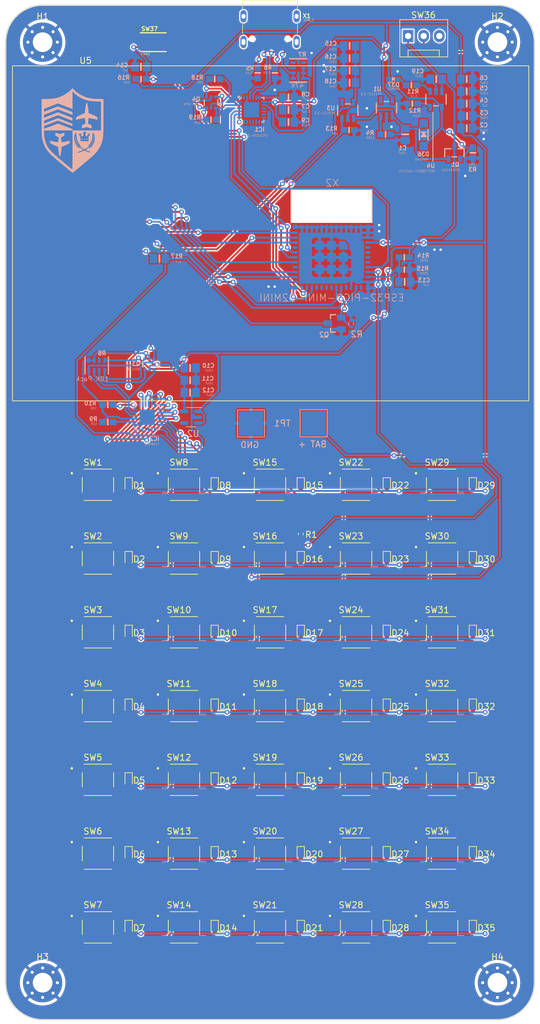
<source format=kicad_pcb>
(kicad_pcb (version 20211014) (generator pcbnew)
  (layers (0 "F.Cu" signal) (31 "B.Cu" signal) (34 "B.Paste" user) (35 "F.Paste" user) (36 "B.SilkS" user "B.Silkscreen") (37 "F.SilkS" user "F.Silkscreen") (38 "B.Mask" user) (39 "F.Mask" user) (44 "Edge.Cuts" user))
  (net 0 "")
  (net 1 "Row 1")
  (net 2 "ES_VHI")
  (net 3 "Row 2")
  (net 4 "Row 3")
  (net 5 "ES_VBUS")
  (net 6 "Row 4")
  (net 7 "Load")
  (net 8 "Row 5")
  (net 9 "KX-3.3V")
  (net 10 "Row 6")
  (net 11 "ES_A13_I35")
  (net 12 "Row 7")
  (net 13 "ES_3.3V_LCD")
  (net 14 "ES_RESET")
  (net 15 "Net-(D1-Pad1)")
  (net 16 "Net-(D2-Pad1)")
  (net 17 "Net-(D3-Pad1)")
  (net 18 "Net-(D4-Pad1)")
  (net 19 "Net-(D5-Pad1)")
  (net 20 "Net-(D6-Pad1)")
  (net 21 "Net-(D7-Pad1)")
  (net 22 "Wake Trigger Button")
  (net 23 "Net-(D16-Pad2)")
  (net 24 "Net-(D8-Pad1)")
  (net 25 "Net-(D9-Pad1)")
  (net 26 "Net-(D10-Pad1)")
  (net 27 "Net-(D11-Pad1)")
  (net 28 "Net-(D12-Pad1)")
  (net 29 "Net-(D13-Pad1)")
  (net 30 "Net-(D14-Pad1)")
  (net 31 "Net-(D15-Pad1)")
  (net 32 "Net-(D17-Pad1)")
  (net 33 "Net-(D18-Pad1)")
  (net 34 "Net-(D19-Pad1)")
  (net 35 "Net-(D20-Pad1)")
  (net 36 "Net-(D21-Pad1)")
  (net 37 "Net-(D22-Pad1)")
  (net 38 "Net-(D23-Pad1)")
  (net 39 "Net-(D24-Pad1)")
  (net 40 "Net-(D25-Pad1)")
  (net 41 "Net-(D26-Pad1)")
  (net 42 "Net-(D27-Pad1)")
  (net 43 "Shutdown Power Cutoff")
  (net 44 "Bat Pwr 3-5V")
  (net 45 "GND")
  (net 46 "Colm 1")
  (net 47 "Colm 2")
  (net 48 "Colm 3")
  (net 49 "3V")
  (net 50 "Colm 4")
  (net 51 "Colm 5")
  (net 52 "Net-(SW36-Pad2)")
  (net 55 "Disp D{slash}C")
  (net 56 "Disp CS")
  (net 57 "Disp MOSI")
  (net 58 "Disp MISO")
  (net 59 "Disp SPI CLK")
  (net 61 "Matrix INT")
  (net 62 "Net-(D28-Pad1)")
  (net 63 "Net-(D29-Pad1)")
  (net 64 "Net-(D30-Pad1)")
  (net 65 "Net-(D31-Pad1)")
  (net 66 "Net-(D32-Pad1)")
  (net 67 "Net-(D33-Pad1)")
  (net 68 "Net-(D34-Pad1)")
  (net 69 "Net-(D35-Pad1)")
  (net 70 "Net-(D37-PadC)")
  (net 72 "Net-(IC1-Pad2)")
  (net 73 "Net-(IC1-Pad3)")
  (net 74 "Net-(IC1-Pad4)")
  (net 75 "Net-(IC1-Pad8)")
  (net 85 "ES_RTS")
  (net 86 "ES_TXD0")
  (net 87 "ES_RXD0")
  (net 89 "ES_DTR")
  (net 97 "Net-(IC2-Pad20)")
  (net 98 "KX-SDA_3V")
  (net 99 "KX-SCL_3V")
  (net 100 "KX_SDA")
  (net 101 "KX_SCL")
  (net 102 "Net-(Q4-Pad2)")
  (net 103 "Net-(Q4-Pad5)")
  (net 104 "ES_GPIO0")
  (net 105 "Net-(R4-Pad2)")
  (net 106 "Net-(R5-Pad2)")
  (net 107 "Net-(R6-Pad2)")
  (net 108 "Net-(R7-Pad1)")
  (net 109 "Net-(R11-Pad1)")
  (net 110 "ES_NEO_PWR")
  (net 111 "Net-(R17-Pad2)")
  (net 112 "Net-(C7-Pad1)")
  (net 114 "Disp RST")
  (net 133 "Net-(R12-Pad2)")
  (footprint "MountingHole:MountingHole_3.2mm_M3_Pad_Via" (layer "F.Cu") (at 64.242641 30.242641)
    (fp_text reference "H1")
    (fp_text value "MountingHole_Pad")
  )
  (footprint "Diode_SMD:D_SOD-523" (layer "F.Cu") (at 78.242641 126.242641 -90)
    (fp_text reference "D3")
    (fp_text value "1N4148WT")
  )
  (footprint "Custom:SW_TS-1187A-B-A-B" (layer "F.Cu") (at 115.242641 126.242641)
    (fp_text reference "SW24")
    (fp_text value "SW_Push")
  )
  (footprint "Custom:SW_TS-1187A-B-A-B" (layer "F.Cu") (at 129.242641 114.242641)
    (fp_text reference "SW30")
    (fp_text value "SW_Push")
  )
  (footprint "Diode_SMD:D_SOD-523" (layer "F.Cu") (at 78.242641 174.242641 -90)
    (fp_text reference "D7")
    (fp_text value "1N4148WT")
  )
  (footprint "Custom:SW_TS-1187A-B-A-B" (layer "F.Cu") (at 101.242641 126.242641)
    (fp_text reference "SW17")
    (fp_text value "SW_Push")
  )
  (footprint "Custom:SW_TS-1187A-B-A-B" (layer "F.Cu") (at 87.242641 114.242641)
    (fp_text reference "SW9")
    (fp_text value "SW_Push")
  )
  (footprint "Custom:SW_TS-1187A-B-A-B" (layer "F.Cu") (at 73.242641 174.242641)
    (fp_text reference "SW7")
    (fp_text value "SW_Push")
  )
  (footprint "Diode_SMD:D_SOD-523" (layer "F.Cu") (at 106.242641 150.242641 -90)
    (fp_text reference "D19")
    (fp_text value "1N4148WT")
  )
  (footprint "Custom:SW_TS-1187A-B-A-B" (layer "F.Cu") (at 115.242641 102.242641)
    (fp_text reference "SW22")
    (fp_text value "SW_Push")
  )
  (footprint "MountingHole:MountingHole_3.2mm_M3_Pad_Via" (layer "F.Cu") (at 64.242641 183.242641)
    (fp_text reference "H3")
    (fp_text value "MountingHole_Pad")
  )
  (footprint "Diode_SMD:D_SOD-523" (layer "F.Cu") (at 134.242641 174.242641 -90)
    (fp_text reference "D35")
    (fp_text value "1N4148WT")
  )
  (footprint "Custom:SW_TS-1187A-B-A-B" (layer "F.Cu") (at 101.242641 162.242641)
    (fp_text reference "SW20")
    (fp_text value "SW_Push")
  )
  (footprint "Custom:SW_TS-1187A-B-A-B" (layer "F.Cu") (at 129.242641 162.242641)
    (fp_text reference "SW34")
    (fp_text value "SW_Push")
  )
  (footprint "Custom:3.5_SPI_TFT_LCD_RAW_DISPLAY" (layer "F.Cu") (at 59.337641 34.087641)
    (fp_text reference "U5")
    (fp_text value "3.5_SPI_TFT_LCD_RAW_DISPLAY")
  )
  (footprint "Custom:SW_TS-1187A-B-A-B" (layer "F.Cu") (at 73.242641 126.242641)
    (fp_text reference "SW3")
    (fp_text value "SW_Push")
  )
  (footprint "Custom:SW_TS-1187A-B-A-B" (layer "F.Cu") (at 87.242641 126.242641)
    (fp_text reference "SW10")
    (fp_text value "SW_Push")
  )
  (footprint "Custom:SW_TS-1187A-B-A-B" (layer "F.Cu") (at 87.242641 102.242641)
    (fp_text reference "SW8")
    (fp_text value "SW_Push")
  )
  (footprint "Diode_SMD:D_SOD-523" (layer "F.Cu") (at 106.242641 126.242641 -90)
    (fp_text reference "D17")
    (fp_text value "1N4148WT")
  )
  (footprint "Diode_SMD:D_SOD-523" (layer "F.Cu") (at 134.242641 114.242641 -90)
    (fp_text reference "D30")
    (fp_text value "1N4148WT")
  )
  (footprint "Custom:SW_TS-1187A-B-A-B" (layer "F.Cu") (at 87.242641 150.242641)
    (fp_text reference "SW12")
    (fp_text value "SW_Push")
  )
  (footprint "Custom:SW_TS-1187A-B-A-B" (layer "F.Cu") (at 101.242641 102.242641)
    (fp_text reference "SW15")
    (fp_text value "SW_Push")
  )
  (footprint "Custom:SW_TS-1187A-B-A-B" (layer "F.Cu") (at 101.242641 138.242641)
    (fp_text reference "SW18")
    (fp_text value "SW_Push")
  )
  (footprint "Diode_SMD:D_SOD-523" (layer "F.Cu") (at 92.242641 102.242641 -90)
    (fp_text reference "D8")
    (fp_text value "1N4148WT")
  )
  (footprint "Diode_SMD:D_SOD-523" (layer "F.Cu") (at 120.242641 174.242641 -90)
    (fp_text reference "D28")
    (fp_text value "1N4148WT")
  )
  (footprint "Diode_SMD:D_SOD-523" (layer "F.Cu") (at 78.242641 114.242641 -90)
    (fp_text reference "D2")
    (fp_text value "1N4148WT")
  )
  (footprint "Custom:SW_TS-1187A-B-A-B" (layer "F.Cu") (at 129.242641 174.242641)
    (fp_text reference "SW35")
    (fp_text value "SW_Push")
  )
  (footprint "Diode_SMD:D_SOD-523" (layer "F.Cu") (at 134.242641 162.242641 -90)
    (fp_text reference "D34")
    (fp_text value "1N4148WT")
  )
  (footprint "Diode_SMD:D_SOD-523" (layer "F.Cu") (at 92.242641 126.242641 -90)
    (fp_text reference "D10")
    (fp_text value "1N4148WT")
  )
  (footprint "Diode_SMD:D_SOD-523" (layer "F.Cu") (at 92.242641 162.242641 -90)
    (fp_text reference "D13")
    (fp_text value "1N4148WT")
  )
  (footprint "MountingHole:MountingHole_3.2mm_M3_Pad_Via" (layer "F.Cu") (at 138.242641 30.242641)
    (fp_text reference "H2")
    (fp_text value "MountingHole_Pad")
  )
  (footprint "Custom:SW_TS-1187A-B-A-B" (layer "F.Cu") (at 73.242641 114.242641)
    (fp_text reference "SW2")
    (fp_text value "SW_Push")
  )
  (footprint "Adafruit ESP32 Feather V2:BTN_KMR2_4.6X2.8" (layer "F.Cu") (at 82.242641 30.242641)
    (fp_text reference "SW37")
    (fp_text value "KMR2")
  )
  (footprint "Diode_SMD:D_SOD-523" (layer "F.Cu") (at 134.242641 138.242641 -90)
    (fp_text reference "D32")
    (fp_text value "1N4148WT")
  )
  (footprint "Custom:SW_TS-1187A-B-A-B" (layer "F.Cu") (at 87.242641 174.242641)
    (fp_text reference "SW14")
    (fp_text value "SW_Push")
  )
  (footprint "Diode_SMD:D_SOD-523" (layer "F.Cu") (at 134.242641 150.242641 -90)
    (fp_text reference "D33")
    (fp_text value "1N4148WT")
  )
  (footprint "Diode_SMD:D_SOD-523" (layer "F.Cu") (at 120.242641 114.242641 -90)
    (fp_text reference "D23")
    (fp_text value "1N4148WT")
  )
  (footprint "Adafruit ESP32 Feather V2:USB_C_CUSB31-CFM2AX-01-X" (layer "F.Cu") (at 101.242641 27.242641 180)
    (fp_text reference "X1")
    (fp_text value "USB_C")
  )
  (footprint "Custom:SW_TS-1187A-B-A-B" (layer "F.Cu") (at 115.242641 174.242641)
    (fp_text reference "SW28")
    (fp_text value "SW_Push")
  )
  (footprint "Diode_SMD:D_SOD-523" (layer "F.Cu") (at 120.242641 102.242641 -90)
    (fp_text reference "D22")
    (fp_text value "1N4148WT")
  )
  (footprint "Resistor_SMD:R_0402_1005Metric" (layer "F.Cu") (at 106.242641 110.242641 -90)
    (fp_text reference "R1")
    (fp_text value "R_Small_US")
  )
  (footprint "Diode_SMD:D_SOD-523" (layer "F.Cu") (at 92.242641 114.242641 -90)
    (fp_text reference "D9")
    (fp_text value "1N4148WT")
  )
  (footprint "Custom:SW_TS-1187A-B-A-B" (layer "F.Cu") (at 101.242641 174.242641)
    (fp_text reference "SW21")
    (fp_text value "SW_Push")
  )
  (footprint "Connector:FanPinHeader_1x03_P2.54mm_Vertical" (layer "F.Cu") (at 123.702641 29.242641)
    (fp_text reference "SW36")
    (fp_text value "Toggle_Switch")
  )
  (footprint "Custom:SW_TS-1187A-B-A-B" (layer "F.Cu") (at 101.242641 114.242641)
    (fp_text reference "SW16")
    (fp_text value "SW_Push")
  )
  (footprint "Custom:SW_TS-1187A-B-A-B" (layer "F.Cu") (at 129.242641 150.242641)
    (fp_text reference "SW33")
    (fp_text value "SW_Push")
  )
  (footprint "Diode_SMD:D_SOD-523" (layer "F.Cu") (at 92.242641 150.242641 -90)
    (fp_text reference "D12")
    (fp_text value "1N4148WT")
  )
  (footprint "Diode_SMD:D_SOD-523" (layer "F.Cu") (at 120.242641 126.242641 -90)
    (fp_text reference "D24")
    (fp_text value "1N4148WT")
  )
  (footprint "Custom:SW_TS-1187A-B-A-B" (layer "F.Cu") (at 129.242641 126.242641)
    (fp_text reference "SW31")
    (fp_text value "SW_Push")
  )
  (footprint "Custom:SW_TS-1187A-B-A-B" (layer "F.Cu") (at 129.242641 138.242641)
    (fp_text reference "SW32")
    (fp_text value "SW_Push")
  )
  (footprint "Custom:SW_TS-1187A-B-A-B" (layer "F.Cu") (at 115.242641 114.242641)
    (fp_text reference "SW23")
    (fp_text value "SW_Push")
  )
  (footprint "Custom:SW_TS-1187A-B-A-B" (layer "F.Cu") (at 73.242641 150.242641)
    (fp_text reference "SW5")
    (fp_text value "SW_Push")
  )
  (footprint "Diode_SMD:D_SOD-523" (layer "F.Cu") (at 78.242641 138.242641 -90)
    (fp_text reference "D4")
    (fp_text value "1N4148WT")
  )
  (footprint "Custom:SW_TS-1187A-B-A-B" (layer "F.Cu") (at 115.242641 150.242641)
    (fp_text reference "SW26")
    (fp_text value "SW_Push")
  )
  (footprint "Diode_SMD:D_SOD-523" (layer "F.Cu") (at 106.242641 114.242641 -90)
    (fp_text reference "D16")
    (fp_text value "1N4148WT")
  )
  (footprint "Diode_SMD:D_SOD-523" (layer "F.Cu") (at 106.242641 174.242641 -90)
    (fp_text reference "D21")
    (fp_text value "1N4148WT")
  )
  (footprint "Custom:SW_TS-1187A-B-A-B" (layer "F.Cu") (at 73.242641 162.242641)
    (fp_text reference "SW6")
    (fp_text value "SW_Push")
  )
  (footprint "Diode_SMD:D_SOD-523" (layer "F.Cu") (at 120.242641 138.242641 -90)
    (fp_text reference "D25")
    (fp_text value "1N4148WT")
  )
  (footprint "Diode_SMD:D_SOD-523" (layer "F.Cu") (at 106.242641 162.242641 -90)
    (fp_text reference "D20")
    (fp_text value "1N4148WT")
  )
  (footprint "Custom:SW_TS-1187A-B-A-B" (layer "F.Cu") (at 87.242641 138.242641)
    (fp_text reference "SW11")
    (fp_text value "SW_Push")
  )
  (footprint "Custom:SW_TS-1187A-B-A-B" (layer "F.Cu") (at 73.242641 102.242641)
    (fp_text reference "SW1")
    (fp_text value "SW_Push")
  )
  (footprint "Diode_SMD:D_SOD-523" (layer "F.Cu") (at 92.242641 138.242641 -90)
    (fp_text reference "D11")
    (fp_text value "1N4148WT")
  )
  (footprint "Custom:SW_TS-1187A-B-A-B" (layer "F.Cu") (at 101.242641 150.242641)
    (fp_text reference "SW19")
    (fp_text value "SW_Push")
  )
  (footprint "Diode_SMD:D_SOD-523" (layer "F.Cu") (at 134.242641 126.242641 -90)
    (fp_text reference "D31")
    (fp_text value "1N4148WT")
  )
  (footprint "Diode_SMD:D_SOD-523" (layer "F.Cu") (at 78.242641 102.242641 -90)
    (fp_text reference "D1")
    (fp_text value "1N4148WT")
  )
  (footprint "Custom:SW_TS-1187A-B-A-B" (layer "F.Cu") (at 87.242641 162.242641)
    (fp_text reference "SW13")
    (fp_text value "SW_Push")
  )
  (footprint "MountingHole:MountingHole_3.2mm_M3_Pad_Via" (layer "F.Cu") (at 138.242641 183.242641)
    (fp_text reference "H4")
    (fp_text value "MountingHole_Pad")
  )
  (footprint "Diode_SMD:D_SOD-523" (layer "F.Cu") (at 120.242641 162.242641 -90)
    (fp_text reference "D27")
    (fp_text value "1N4148WT")
  )
  (footprint "Diode_SMD:D_SOD-523" (layer "F.Cu") (at 106.242641 138.242641 -90)
    (fp_text reference "D18")
    (fp_text value "1N4148WT")
  )
  (footprint "Custom:SW_TS-1187A-B-A-B" (layer "F.Cu") (at 129.242641 102.242641)
    (fp_text reference "SW29")
    (fp_text value "SW_Push")
  )
  (footprint "Custom:SW_TS-1187A-B-A-B" (layer "F.Cu") (at 73.242641 138.242641)
    (fp_text reference "SW4")
    (fp_text value "SW_Push")
  )
  (footprint "Diode_SMD:D_SOD-523" (layer "F.Cu") (at 120.242641 150.242641 -90)
    (fp_text reference "D26")
    (fp_text value "1N4148WT")
  )
  (footprint "Diode_SMD:D_SOD-523" (layer "F.Cu") (at 92.242641 174.242641 -90)
    (fp_text reference "D14")
    (fp_text value "1N4148WT")
  )
  (footprint "Diode_SMD:D_SOD-523" (layer "F.Cu") (at 78.242641 162.242641 -90)
    (fp_text reference "D6")
    (fp_text value "1N4148WT")
  )
  (footprint "Diode_SMD:D_SOD-523" (layer "F.Cu") (at 106.242641 102.242641 -90)
    (fp_text reference "D15")
    (fp_text value "1N4148WT")
  )
  (footprint "Diode_SMD:D_SOD-523" (layer "F.Cu") (at 78.242641 150.242641 -90)
    (fp_text reference "D5")
    (fp_text value "1N4148WT")
  )
  (footprint "Custom:SW_TS-1187A-B-A-B" (layer "F.Cu") (at 115.242641 162.242641)
    (fp_text reference "SW27")
    (fp_text value "SW_Push")
  )
  (footprint "Custom:SW_TS-1187A-B-A-B" (layer "F.Cu") (at 115.242641 138.242641)
    (fp_text reference "SW25")
    (fp_text value "SW_Push")
  )
  (footprint "Diode_SMD:D_SOD-523" (layer "F.Cu") (at 134.242641 102.242641 -90)
    (fp_text reference "D29")
    (fp_text value "1N4148WT")
  )
  (footprint "Adafruit TCA8418:0805-NO" (layer "B.Cu") (at 88.242641 83.242641)
    (fp_text reference "C10")
    (fp_text value "10uF")
  )
  (footprint "Adafruit ESP32 Feather V2:0603-NO" (layer "B.Cu") (at 124.242641 37.242641 180)
    (fp_text reference "R11")
    (fp_text value "5.1K")
  )
  (footprint "Package_TO_SOT_SMD:SOT-23-5" (layer "B.Cu") (at 88.380141 91.242641 180)
    (fp_text reference "U2")
    (fp_text value "AP2127K-3.3")
  )
  (footprint "Adafruit ESP32 Feather V2:0603-NO" (layer "B.Cu") (at 134.242641 48.242641 -90)
    (fp_text reference "R3")
    (fp_text value "100K")
  )
  (footprint "Adafruit ESP32 Feather V2:0603-NO" (layer "B.Cu") (at 80.242641 36.242641 180)
    (fp_text reference "R16")
    (fp_text value "10K")
  )
  (footprint "Adafruit ESP32 Feather V2:0603-NO" (layer "B.Cu") (at 91.642641 42.842641)
    (fp_text reference "R19")
    (fp_text value "10K")
  )
  (footprint "Adafruit ESP32 Feather V2:0603-NO" (layer "B.Cu") (at 123.092641 67.242641 180)
    (fp_text reference "R15")
    (fp_text value "200K")
  )
  (footprint "Adafruit ESP32 Feather V2:SOT23-5" (layer "B.Cu") (at 128.242641 39.542741)
    (fp_text reference "U4")
    (fp_text value "MCP73831T-2ACI/OT")
  )
  (footprint "Adafruit ESP32 Feather V2:0805-NO" (layer "B.Cu") (at 104.242641 39.242641)
    (fp_text reference "C8")
    (fp_text value "1uF")
  )
  (footprint "Adafruit ESP32 Feather V2:0805-NO" (layer "B.Cu") (at 83.242641 65.442641 180)
    (fp_text reference "R17")
    (fp_text value "4.7")
  )
  (footprint "Adafruit ESP32 Feather V2:SOT23-R" (layer "B.Cu") (at 131.242641 48.242641 180)
    (fp_text reference "Q1")
    (fp_text value "DMG3415U")
  )
  (footprint "Adafruit ESP32 Feather V2:CHIPLED_0603_NOOUTLINE" (layer "B.Cu") (at 121.292641 36.242641 90)
    (fp_text reference "D37")
    (fp_text value "ORANGE")
  )
  (footprint "Adafruit ESP32 Feather V2:0805-NO" (layer "B.Cu") (at 133.242641 38.242641)
    (fp_text reference "C5")
    (fp_text value "10uF")
  )
  (footprint "Adafruit ESP32 Feather V2:0805-NO" (layer "B.Cu") (at 133.242641 36.242641)
    (fp_text reference "C6")
    (fp_text value "10uF")
  )
  (footprint "Adafruit ESP32 Feather V2:0805-NO" (layer "B.Cu") (at 104.242641 41.242641)
    (fp_text reference "C7")
    (fp_text value "0.1uF")
  )
  (footprint "Adafruit ESP32 Feather V2:ESP32-PICO-MINI" (layer "B.Cu") (at 111.242641 65.242641 180)
    (fp_text reference "X2")
    (fp_text value "ESP32-PICO-MINI-02MINI")
  )
  (footprint "LOGO" (layer "B.Cu") (at 71 47 180)
    (fp_text reference "G***" hide)
    (fp_text value "LOGO" hide)
  )
  (footprint "Adafruit TCA8418:0603-NO" (layer "B.Cu") (at 74.842641 92.042641 180)
    (fp_text reference "R9")
    (fp_text value "10K")
  )
  (footprint "Adafruit ESP32 Feather V2:SOT363" (layer "B.Cu") (at 91.642641 40.042641 180)
    (fp_text reference "Q4")
    (fp_text value "DUAL NPN")
  )
  (footprint "Adafruit ESP32 Feather V2:0603-NO" (layer "B.Cu") (at 124.392641 40.242641)
    (fp_text reference "R12")
    (fp_text value "5.1K")
  )
  (footprint "Adafruit ESP32 Feather V2:SOT23-5" (layer "B.Cu") (at 120.192641 40.942541 180)
    (fp_text reference "U1")
    (fp_text value "AP2112-3.3")
  )
  (footprint "Adafruit ESP32 Feather V2:0805-NO" (layer "B.Cu") (at 114.192641 30.842641 180)
    (fp_text reference "C15")
    (fp_text value "10uF")
  )
  (footprint "Adafruit ESP32 Feather V2:0805-NO" (layer "B.Cu") (at 80.242641 34.242641 180)
    (fp_text reference "C14")
    (fp_text value "1uF")
  )
  (footprint "Adafruit ESP32 Feather V2:0805-NO" (layer "B.Cu") (at 104.242641 43.242641)
    (fp_text reference "C9")
    (fp_text value "0.1uF")
  )
  (footprint "Custom:SOT23" (layer "B.Cu") (at 111.742641 75.992641 -90)
    (fp_text reference "Q2")
    (fp_text value "SI2302")
  )
  (footprint "Adafruit ESP32 Feather V2:SOT23-5" (layer "B.Cu") (at 113.892641 41.342541 180)
    (fp_text reference "U3")
    (fp_text value "AP2112-3.3")
  )
  (footprint "Adafruit ESP32 Feather V2:RESPACK_4X0603" (layer "B.Cu") (at 105.842641 34.842641 90)
    (fp_text reference "R7")
    (fp_text value "47K")
  )
  (footprint "Adafruit ESP32 Feather V2:0805-NO" (layer "B.Cu") (at 114.192641 34.842641 180)
    (fp_text reference "C17")
    (fp_text value "10uF")
  )
  (footprint "Resistor_SMD:R_0402_1005Metric" (layer "B.Cu") (at 114.442641 76.042641 90)
    (fp_text reference "R2")
    (fp_text value "R_Small_US")
  )
  (footprint "Adafruit ESP32 Feather V2:0805-NO" (layer "B.Cu") (at 123.142641 69.242641)
    (fp_text reference "C13")
    (fp_text value "1uF")
  )
  (footprint "Adafruit ESP32 Feather V2:0603-NO" (layer "B.Cu") (at 102.042641 35.242641 90)
    (fp_text reference "R6")
    (fp_text value "5.1K")
  )
  (footprint "Custom:Battery Solder Pad" (layer "B.Cu") (at 108.342641 92.222641 180)
    (fp_text reference "TP1")
    (fp_text value "TestPoint_2Pole")
  )
  (footprint "Adafruit ESP32 Feather V2:0805-NO" (layer "B.Cu") (at 128.292641 36.242641 180)
    (fp_text reference "C19")
    (fp_text value "10uF")
  )
  (footprint "Adafruit ESP32 Feather V2:0603-NO" (layer "B.Cu") (at 92.242641 36.242641 180)
    (fp_text reference "R18")
    (fp_text value "10K")
  )
  (footprint "Adafruit ESP32 Feather V2:0805-NO" (layer "B.Cu") (at 123.242641 45.242641 -90)
    (fp_text reference "C1")
    (fp_text value "10uF")
  )
  (footprint "Adafruit ESP32 Feather V2:0603-NO" (layer "B.Cu") (at 123.092641 65.242641)
    (fp_text reference "R14")
    (fp_text value "200K")
  )
  (footprint "Adafruit ESP32 Feather V2:0805-NO" (layer "B.Cu") (at 114.192641 36.842641 180)
    (fp_text reference "C18")
    (fp_text value "10uF")
  )
  (footprint "Adafruit ESP32 Feather V2:SOD-123" (layer "B.Cu") (at 126.242641 45.292641 -90)
    (fp_text reference "D36")
    (fp_text value "MBR540")
  )
  (footprint "Adafruit TCA8418:RESPACK_4X0603" (layer "B.Cu") (at 73.042641 82.842641 180)
    (fp_text reference "R8")
    (fp_text value "10K Pack")
  )
  (footprint "Adafruit ESP32 Feather V2:0805-NO" (layer "B.Cu") (at 114.192641 32.842641 180)
    (fp_text reference "C16")
    (fp_text value "10uF")
  )
  (footprint "Adafruit ESP32 Feather V2:0805-NO" (layer "B.Cu") (at 133.292641 42.242641)
    (fp_text reference "C3")
    (fp_text value "10uF")
  )
  (footprint "Adafruit TCA8418:0603-NO" (layer "B.Cu") (at 74.842641 89.242641 180)
    (fp_text reference "R10")
    (fp_text value "10K")
  )
  (footprint "Adafruit ESP32 Feather V2:0805-NO" (layer "B.Cu") (at 133.242641 40.242641)
    (fp_text reference "C4")
    (fp_text value "1uF")
  )
  (footprint "Adafruit TCA8418:SOT363" (layer "B.Cu") (at 81.642641 82.642641 180)
    (fp_text reference "Q3")
    (fp_text value "BSS138")
  )
  (footprint "Adafruit ESP32 Feather V2:0603-NO" (layer "B.Cu") (at 99.242641 35.242641 90)
    (fp_text reference "R5")
    (fp_text value "5.1K")
  )
  (footprint "Adafruit TCA8418:0805-NO" (layer "B.Cu") (at 88.242641 85.242641)
    (fp_text reference "C11")
    (fp_text value "10uF")
  )
  (footprint "Adafruit ESP32 Feather V2:0603-NO" (layer "B.Cu") (at 120.042641 45.242641 180)
    (fp_text reference "R4")
    (fp_text value "100K")
  )
  (footprint "Adafruit ESP32 Feather V2:QFN24_4MM_SMSC" (layer "B.Cu") (at 98.242641 41.242641 -90)
    (fp_text reference "IC1")
    (fp_text value "CP2102N-24")
  )
  (footprint "Adafruit ESP32 Feather V2:0603-NO" (layer "B.Cu") (at 114.092641 44.542541 180)
    (fp_text reference "R13")
    (fp_text value "10K")
  )
  (footprint "Adafruit TCA8418:0805-NO" (layer "B.Cu") (at 88.242641 87.242641)
    (fp_text reference "C12")
    (fp_text value "10uF")
  )
  (footprint "Adafruit ESP32 Feather V2:0805-NO" (layer "B.Cu") (at 133.242641 44.242641)
    (fp_text reference "C2")
    (fp_text value "10uF")
  )
  (footprint "Adafruit TCA8418:QFN24_4MM_SMSC" (layer "B.Cu") (at 81.242641 91.242641 -90)
    (fp_text reference "IC2")
    (fp_text value "TCA8418")
  )
  (gr_line locked (start 127.742641 49.642641) (end 127.742641 41.642641) (layer "B.SilkS") (width 0.15))
  (gr_arc locked (start 144.242641 183.242641) (mid 142.485282 187.485282) (end 138.242641 189.242641) (layer "Edge.Cuts") (width 0.2))
  (gr_arc locked (start 58.242641 30.242641) (mid 60 26) (end 64.242641 24.242641) (layer "Edge.Cuts") (width 0.2))
  (gr_line locked (start 58.242641 30.242641) (end 58.242641 183.242641) (layer "Edge.Cuts") (width 0.2))
  (gr_arc locked (start 138.242641 24.242641) (mid 142.485282 26) (end 144.242641 30.242641) (layer "Edge.Cuts") (width 0.2))
  (gr_line locked (start 144.242641 183.242641) (end 144.242641 30.242641) (layer "Edge.Cuts") (width 0.2))
  (gr_arc locked (start 64.242641 189.242641) (mid 60 187.485282) (end 58.242641 183.242641) (layer "Edge.Cuts") (width 0.2))
  (gr_line locked (start 64.242641 189.242641) (end 138.242641 189.242641) (layer "Edge.Cuts") (width 0.2))
  (gr_line locked (start 138.242641 24.242641) (end 64.242641 24.242641) (layer "Edge.Cuts") (width 0.2))
  (segment locked (start 120.542641 103.242641) (end 122.242641 103.242641) (width 0.3) (layer "F.Cu") (net 1))
  (segment locked (start 106.542641 103.242641) (end 108.242641 103.242641) (width 0.3) (layer "F.Cu") (net 1))
  (segment locked (start 92.242641 102.942641) (end 92.542641 103.242641) (width 0.3) (layer "F.Cu") (net 1))
  (segment locked (start 85.170871 91.042641) (end 85.78099 90.432522) (width 0.3) (layer "F.Cu") (net 1))
  (segment locked (start 78.242641 102.942641) (end 77.242641 102.942641) (width 0.3) (layer "F.Cu") (net 1))
  (segment locked (start 75.042641 100.742641) (end 75.042641 100.042641) (width 0.3) (layer "F.Cu") (net 1))
  (segment locked (start 78.542641 103.242641) (end 80.242641 103.242641) (width 0.3) (layer "F.Cu") (net 1))
  (segment locked (start 77.242641 102.942641) (end 75.042641 100.742641) (width 0.3) (layer "F.Cu") (net 1))
  (segment locked (start 134.542641 103.242641) (end 136.242641 103.242641) (width 0.3) (layer "F.Cu") (net 1))
  (segment locked (start 134.242641 102.942641) (end 134.542641 103.242641) (width 0.3) (layer "F.Cu") (net 1))
  (segment locked (start 84.042641 91.042641) (end 85.170871 91.042641) (width 0.3) (layer "F.Cu") (net 1))
  (segment locked (start 75.042641 100.042641) (end 84.042641 91.042641) (width 0.3) (layer "F.Cu") (net 1))
  (segment locked (start 92.542641 103.242641) (end 94.242641 103.242641) (width 0.3) (layer "F.Cu") (net 1))
  (segment locked (start 106.242641 102.942641) (end 106.542641 103.242641) (width 0.3) (layer "F.Cu") (net 1))
  (segment locked (start 120.242641 102.942641) (end 120.542641 103.242641) (width 0.3) (layer "F.Cu") (net 1))
  (segment locked (start 78.242641 102.942641) (end 78.542641 103.242641) (width 0.3) (layer "F.Cu") (net 1))
  (via locked (at 122.242641 103.242641) (size 0.8) (drill 0.4) (layers "F.Cu" "B.Cu") (net 1))
  (via locked (at 108.242641 103.242641) (size 0.8) (drill 0.4) (layers "F.Cu" "B.Cu") (net 1))
  (via locked (at 136.242641 103.242641) (size 0.8) (drill 0.4) (layers "F.Cu" "B.Cu") (net 1))
  (via locked (at 94.242641 103.242641) (size 0.8) (drill 0.4) (layers "F.Cu" "B.Cu") (net 1))
  (via locked (at 80.242641 103.242641) (size 0.8) (drill 0.4) (layers "F.Cu" "B.Cu") (net 1))
  (via locked (at 85.78099 90.432522) (size 0.8) (drill 0.4) (layers "F.Cu" "B.Cu") (net 1))
  (segment locked (start 85.78099 90.432522) (end 85.720871 90.492641) (width 0.3) (layer "B.Cu") (net 1))
  (segment locked (start 108.242641 103.242641) (end 122.242641 103.242641) (width 0.3) (layer "B.Cu") (net 1))
  (segment locked (start 122.242641 103.242641) (end 136.242641 103.242641) (width 0.3) (layer "B.Cu") (net 1))
  (segment locked (start 80.242641 103.242641) (end 94.242641 103.242641) (width 0.3) (layer "B.Cu") (net 1))
  (segment locked (start 94.242641 103.242641) (end 108.242641 103.242641) (width 0.3) (layer "B.Cu") (net 1))
  (segment locked (start 85.720871 90.492641) (end 83.242641 90.492641) (width 0.3) (layer "B.Cu") (net 1))
  (segment locked (start 125.392641 44.292641) (end 126.242641 43.442641) (width 0.3) (layer "B.Cu") (net 2))
  (segment locked (start 118.842641 41.242641) (end 121.042641 41.242641) (width 0.3) (layer "B.Cu") (net 2))
  (segment locked (start 122.292641 45.242641) (end 123.242641 44.292641) (width 0.3) (layer "B.Cu") (net 2))
  (segment locked (start 123.242641 44.292641) (end 124.992641 44.292641) (width 0.3) (layer "B.Cu") (net 2))
  (segment locked (start 124.992641 47.992641) (end 124.992641 44.292641) (width 0.3) (layer "B.Cu") (net 2))
  (segment locked (start 121.142641 41.342641) (end 121.142641 42.242641) (width 0.3) (layer "B.Cu") (net 2))
  (segment locked (start 123.192641 44.292641) (end 121.142641 42.242641) (width 0.3) (layer "B.Cu") (net 2))
  (segment locked (start 120.892641 45.242641) (end 122.292641 45.242641) (width 0.3) (layer "B.Cu") (net 2))
  (segment locked (start 124.992641 44.292641) (end 125.392641 44.292641) (width 0.3) (layer "B.Cu") (net 2))
  (segment locked (start 123.242641 44.292641) (end 123.192641 44.292641) (width 0.3) (layer "B.Cu") (net 2))
  (segment locked (start 117.442641 42.642641) (end 118.842641 41.242641) (width 0.3) (layer "B.Cu") (net 2))
  (segment locked (start 130.292641 49.242641) (end 126.242641 49.242641) (width 0.3) (layer "B.Cu") (net 2))
  (segment locked (start 121.042641 41.242641) (end 121.142641 41.342641) (width 0.3) (layer "B.Cu") (net 2))
  (segment locked (start 126.242641 49.242641) (end 124.992641 47.992641) (width 0.3) (layer "B.Cu") (net 2))
  (segment locked (start 114.842641 42.642641) (end 117.442641 42.642641) (width 0.3) (layer "B.Cu") (net 2))
  (segment locked (start 78.242641 114.942641) (end 78.542641 115.242641) (width 0.3) (layer "F.Cu") (net 3))
  (segment locked (start 77.242641 114.942641) (end 74.442641 112.142641) (width 0.3) (layer "F.Cu") (net 3))
  (segment locked (start 92.542641 115.242641) (end 94.242641 115.242641) (width 0.3) (layer "F.Cu") (net 3))
  (segment locked (start 84.229517 90.148659) (end 84.936623 90.148659) (width 0.3) (layer "F.Cu") (net 3))
  (segment locked (start 78.542641 115.242641) (end 80.242641 115.242641) (width 0.3) (layer "F.Cu") (net 3))
  (segment locked (start 74.442641 100.042641) (end 74.442641 99.935535) (width 0.3) (layer "F.Cu") (net 3))
  (segment locked (start 120.542641 115.242641) (end 122.242641 115.242641) (width 0.3) (layer "F.Cu") (net 3))
  (segment locked (start 120.242641 114.942641) (end 120.542641 115.242641) (width 0.3) (layer "F.Cu") (net 3))
  (segment locked (start 92.242641 114.942641) (end 92.542641 115.242641) (width 0.3) (layer "F.Cu") (net 3))
  (segment locked (start 134.542641 115.242641) (end 136.242641 115.242641) (width 0.3) (layer "F.Cu") (net 3))
  (segment locked (start 84.936623 90.148659) (end 85.642641 89.442641) (width 0.3) (layer "F.Cu") (net 3))
  (segment locked (start 74.442641 112.142641) (end 74.442641 100.042641) (width 0.3) (layer "F.Cu") (net 3))
  (segment locked (start 78.242641 114.942641) (end 77.242641 114.942641) (width 0.3) (layer "F.Cu") (net 3))
  (segment locked (start 134.242641 114.942641) (end 134.542641 115.242641) (width 0.3) (layer "F.Cu") (net 3))
  (segment locked (start 74.442641 99.935535) (end 84.229517 90.148659) (width 0.3) (layer "F.Cu") (net 3))
  (via locked (at 94.242641 115.242641) (size 0.8) (drill 0.4) (layers "F.Cu" "B.Cu") (net 3))
  (via locked (at 122.242641 115.242641) (size 0.8) (drill 0.4) (layers "F.Cu" "B.Cu") (net 3))
  (via locked (at 85.642641 89.442641) (size 0.8) (drill 0.4) (layers "F.Cu" "B.Cu") (net 3))
  (via locked (at 136.242641 115.242641) (size 0.8) (drill 0.4) (layers "F.Cu" "B.Cu") (net 3))
  (via locked (at 80.242641 115.242641) (size 0.8) (drill 0.4) (layers "F.Cu" "B.Cu") (net 3))
  (segment locked (start 94.242641 115.242641) (end 122.242641 115.242641) (width 0.3) (layer "B.Cu") (net 3))
  (segment locked (start 85.642641 89.442641) (end 85.092641 89.992641) (width 0.3) (layer "B.Cu") (net 3))
  (segment locked (start 80.242641 115.242641) (end 94.242641 115.242641) (width 0.3) (layer "B.Cu") (net 3))
  (segment locked (start 85.092641 89.992641) (end 83.242641 89.992641) (width 0.3) (layer "B.Cu") (net 3))
  (segment locked (start 122.242641 115.242641) (end 136.242641 115.242641) (width 0.3) (layer "B.Cu") (net 3))
  (segment locked (start 78.242641 126.942641) (end 77.242641 126.942641) (width 0.3) (layer "F.Cu") (net 4))
  (segment locked (start 77.242641 126.942641) (end 73.842641 123.542641) (width 0.3) (layer "F.Cu") (net 4))
  (segment locked (start 73.842641 123.542641) (end 73.842641 100.042641) (width 0.3) (layer "F.Cu") (net 4))
  (segment locked (start 78.242641 126.942641) (end 78.542641 127.242641) (width 0.3) (layer "F.Cu") (net 4))
  (segment locked (start 106.542641 127.242641) (end 108.242641 127.242641) (width 0.3) (layer "F.Cu") (net 4))
  (segment locked (start 73.842641 99.828429) (end 84.427929 89.243141) (width 0.3) (layer "F.Cu") (net 4))
  (segment locked (start 73.842641 100.042641) (end 73.842641 99.828429) (width 0.3) (layer "F.Cu") (net 4))
  (segment locked (start 92.242641 126.942641) (end 92.542641 127.242641) (width 0.3) (layer "F.Cu") (net 4))
  (segment locked (start 84.427929 89.243141) (end 84.636514 89.243141) (width 0.3) (layer "F.Cu") (net 4))
  (segment locked (start 106.242641 126.942641) (end 106.542641 127.242641) (width 0.3) (layer "F.Cu") (net 4))
  (segment locked (start 120.542641 127.242641) (end 122.242641 127.242641) (width 0.3) (layer "F.Cu") (net 4))
  (segment locked (start 120.242641 126.942641) (end 120.542641 127.242641) (width 0.3) (layer "F.Cu") (net 4))
  (segment locked (start 92.542641 127.242641) (end 94.242641 127.242641) (width 0.3) (layer "F.Cu") (net 4))
  (segment locked (start 78.542641 127.242641) (end 80.242641 127.242641) (width 0.3) (layer "F.Cu") (net 4))
  (segment locked (start 134.542641 127.242641) (end 136.242641 127.242641) (width 0.3) (layer "F.Cu") (net 4))
  (segment locked (start 134.242641 126.942641) (end 134.542641 127.242641) (width 0.3) (layer "F.Cu") (net 4))
  (via locked (at 80.242641 127.242641) (size 0.8) (drill 0.4) (layers "F.Cu" "B.Cu") (net 4))
  (via locked (at 84.636514 89.243141) (size 0.8) (drill 0.4) (layers "F.Cu" "B.Cu") (net 4))
  (via locked (at 94.242641 127.242641) (size 0.8) (drill 0.4) (layers "F.Cu" "B.Cu") (net 4))
  (via locked (at 122.242641 127.242641) (size 0.8) (drill 0.4) (layers "F.Cu" "B.Cu") (net 4))
  (via locked (at 108.242641 127.242641) (size 0.8) (drill 0.4) (layers "F.Cu" "B.Cu") (net 4))
  (via locked (at 136.242641 127.242641) (size 0.8) (drill 0.4) (layers "F.Cu" "B.Cu") (net 4))
  (segment locked (start 94.242641 127.242641) (end 108.242641 127.242641) (width 0.3) (layer "B.Cu") (net 4))
  (segment locked (start 80.242641 127.242641) (end 94.242641 127.242641) (width 0.3) (layer "B.Cu") (net 4))
  (segment locked (start 84.636514 89.243141) (end 82.493141 89.243141) (width 0.3) (layer "B.Cu") (net 4))
  (segment locked (start 82.493141 89.243141) (end 82.492641 89.242641) (width 0.3) (layer "B.Cu") (net 4))
  (segment locked (start 108.242641 127.242641) (end 122.242641 127.242641) (width 0.3) (layer "B.Cu") (net 4))
  (segment locked (start 122.242641 127.242641) (end 136.242641 127.242641) (width 0.3) (layer "B.Cu") (net 4))
  (segment locked (start 102.073139 39.992141) (end 108.242641 39.992141) (width 0.3) (layer "F.Cu") (net 5))
  (segment locked (start 108.242641 39.992141) (end 108.392141 39.842641) (width 0.3) (layer "F.Cu") (net 5))
  (segment locked (start 132.442641 46.842641) (end 130.442641 44.842641) (width 0.3) (layer "F.Cu") (net 5))
  (via locked (at 102.073139 39.992141) (size 0.8) (drill 0.4) (layers "F.Cu" "B.Cu") (net 5))
  (via locked (at 132.442641 46.842641) (size 0.8) (drill 0.4) (layers "F.Cu" "B.Cu") (net 5))
  (via locked (at 130.442641 44.842641) (size 0.8) (drill 0.4) (layers "F.Cu" "B.Cu") (net 5))
  (via locked (at 108.392141 39.842641) (size 0.8) (drill 0.4) (layers "F.Cu" "B.Cu") (net 5))
  (segment locked (start 101.842641 40.242641) (end 102.242641 40.642641) (width 0.3) (layer "B.Cu") (net 5))
  (segment locked (start 120.542641 32.342641) (end 120.542641 36.242641) (width 0.3) (layer "B.Cu") (net 5))
  (segment locked (start 117.842641 29.642641) (end 120.542641 32.342641) (width 0.3) (layer "B.Cu") (net 5))
  (segment locked (start 102.242641 40.642641) (end 102.242641 42.262641) (width 0.3) (layer "B.Cu") (net 5))
  (segment locked (start 103.222641 43.242641) (end 103.292641 43.242641) (width 0.3) (layer "B.Cu") (net 5))
  (segment locked (start 100.242641 39.992641) (end 101.592641 39.992641) (width 0.3) (layer "B.Cu") (net 5))
  (segment locked (start 120.542641 36.242641) (end 123.692641 39.392641) (width 0.3) (layer "B.Cu") (net 5))
  (segment locked (start 102.242641 42.262641) (end 103.222641 43.242641) (width 0.3) (layer "B.Cu") (net 5))
  (segment locked (start 101.592641 39.992641) (end 101.842641 40.242641) (width 0.3) (layer "B.Cu") (net 5))
  (segment locked (start 101.842641 40.242641) (end 102.073139 40.012143) (width 0.3) (layer "B.Cu") (net 5))
  (segment locked (start 134.242641 47.392641) (end 132.992641 47.392641) (width 0.3) (layer "B.Cu") (net 5))
  (segment locked (start 123.692641 39.392641) (end 127.742441 39.392641) (width 0.3) (layer "B.Cu") (net 5))
  (segment locked (start 129.192641 40.842841) (end 129.192641 44.192641) (width 0.3) (layer "B.Cu") (net 5))
  (segment locked (start 129.192641 44.192641) (end 126.242641 47.142641) (width 0.3) (layer "B.Cu") (net 5))
  (segment locked (start 108.392141 39.842641) (end 108.392141 33.293141) (width 0.3) (layer "B.Cu") (net 5))
  (segment locked (start 130.442641 44.842641) (end 129.842641 44.842641) (width 0.3) (layer "B.Cu") (net 5))
  (segment locked (start 112.042641 29.642641) (end 117.842641 29.642641) (width 0.3) (layer "B.Cu") (net 5))
  (segment locked (start 102.073139 40.012143) (end 102.073139 39.992141) (width 0.3) (layer "B.Cu") (net 5))
  (segment locked (start 132.992641 47.392641) (end 132.442641 46.842641) (width 0.3) (layer "B.Cu") (net 5))
  (segment locked (start 134.042641 47.392641) (end 134.242641 47.392641) (width 0.3) (layer "B.Cu") (net 5))
  (segment locked (start 132.192641 49.242641) (end 134.042641 47.392641) (width 0.3) (layer "B.Cu") (net 5))
  (segment locked (start 108.392141 33.293141) (end 112.042641 29.642641) (width 0.3) (layer "B.Cu") (net 5))
  (segment locked (start 127.742441 39.392641) (end 129.192641 40.842841) (width 0.3) (layer "B.Cu") (net 5))
  (segment locked (start 129.842641 44.842641) (end 129.192641 44.192641) (width 0.3) (layer "B.Cu") (net 5))
  (segment locked (start 73.342641 99.476353) (end 84.576353 88.242641) (width 0.3) (layer "F.Cu") (net 6))
  (segment locked (start 78.542641 139.242641) (end 80.242641 139.242641) (width 0.3) (layer "F.Cu") (net 6))
  (segment locked (start 106.542641 139.242641) (end 108.242641 139.242641) (width 0.3) (layer "F.Cu") (net 6))
  (segment locked (start 73.342641 135.042641) (end 73.342641 100.042641) (width 0.3) (layer "F.Cu") (net 6))
  (segment locked (start 120.242641 138.942641) (end 120.542641 139.242641) (width 0.3) (layer "F.Cu") (net 6))
  (segment locked (start 77.242641 138.942641) (end 73.342641 135.042641) (width 0.3) (layer "F.Cu") (net 6))
  (segment locked (start 78.242641 138.942641) (end 78.542641 139.242641) (width 0.3) (layer "F.Cu") (net 6))
  (segment locked (start 106.242641 138.942641) (end 106.542641 139.242641) (width 0.3) (layer "F.Cu") (net 6))
  (segment locked (start 73.342641 100.042641) (end 73.342641 99.476353) (width 0.3) (layer "F.Cu") (net 6))
  (segment locked (start 120.542641 139.242641) (end 122.242641 139.242641) (width 0.3) (layer "F.Cu") (net 6))
  (segment locked (start 92.242641 138.942641) (end 92.542641 139.242641) (width 0.3) (layer "F.Cu") (net 6))
  (segment locked (start 134.542641 139.242641) (end 136.242641 139.242641) (width 0.3) (layer "F.Cu") (net 6))
  (segment locked (start 134.242641 138.942641) (end 134.542641 139.242641) (width 0.3) (layer "F.Cu") (net 6))
  (segment locked (start 92.542641 139.242641) (end 94.242641 139.242641) (width 0.3) (layer "F.Cu") (net 6))
  (segment locked (start 78.242641 138.942641) (end 77.242641 138.942641) (width 0.3) (layer "F.Cu") (net 6))
  (segment locked (start 84.576353 88.242641) (end 84.842641 88.242641) (width 0.3) (layer "F.Cu") (net 6))
  (via locked (at 84.842641 88.242641) (size 0.8) (drill 0.4) (layers "F.Cu" "B.Cu") (net 6))
  (via locked (at 80.242641 139.242641) (size 0.8) (drill 0.4) (layers "F.Cu" "B.Cu") (net 6))
  (via locked (at 136.242641 139.242641) (size 0.8) (drill 0.4) (layers "F.Cu" "B.Cu") (net 6))
  (via locked (at 94.242641 139.242641) (size 0.8) (drill 0.4) (layers "F.Cu" "B.Cu") (net 6))
  (via locked (at 108.242641 139.242641) (size 0.8) (drill 0.4) (layers "F.Cu" "B.Cu") (net 6))
  (via locked (at 122.242641 139.242641) (size 0.8) (drill 0.4) (layers "F.Cu" "B.Cu") (net 6))
  (segment locked (start 81.992641 88.748671) (end 81.992641 89.242641) (width 0.3) (layer "B.Cu") (net 6))
  (segment locked (start 82.498671 88.242641) (end 81.992641 88.748671) (width 0.3) (layer "B.Cu") (net 6))
  (segment locked (start 94.242641 139.242641) (end 80.242641 139.242641) (width 0.3) (layer "B.Cu") (net 6))
  (segment locked (start 84.842641 88.242641) (end 82.498671 88.242641) (width 0.3) (layer "B.Cu") (net 6))
  (segment locked (start 136.242641 139.242641) (end 122.242641 139.242641) (width 0.3) (layer "B.Cu") (net 6))
  (segment locked (start 122.242641 139.242641) (end 108.242641 139.242641) (width 0.3) (layer "B.Cu") (net 6))
  (segment locked (start 108.242641 139.242641) (end 94.242641 139.242641) (width 0.3) (layer "B.Cu") (net 6))
  (segment locked (start 69.987641 56.801245) (end 69.987641 61.587641) (width 0.3) (layer "F.Cu") (net 7))
  (segment locked (start 70.287641 61.887641) (end 75.337641 61.887641) (width 0.3) (layer "F.Cu") (net 7))
  (segment locked (start 75.337641 61.887641) (end 81.687641 61.887641) (width 0.3) (layer "F.Cu") (net 7))
  (segment locked (start 81.687641 61.887641) (end 82.842641 63.042641) (width 0.3) (layer "F.Cu") (net 7))
  (segment locked (start 70.501245 56.287641) (end 69.987641 56.801245) (width 0.3) (layer "F.Cu") (net 7))
  (segment locked (start 69.987641 61.587641) (end 70.287641 61.887641) (width 0.3) (layer "F.Cu") (net 7))
  (segment locked (start 75.337641 56.287641) (end 70.501245 56.287641) (width 0.3) (layer "F.Cu") (net 7))
  (via locked (at 82.842641 63.042641) (size 0.8) (drill 0.4) (layers "F.Cu" "B.Cu") (net 7))
  (segment locked (start 79.242641 93.486611) (end 79.978648 94.222618) (width 0.3) (layer "B.Cu") (net 7))
  (segment locked (start 84.192641 64.392641) (end 84.192641 65.442641) (width 0.3) (layer "B.Cu") (net 7))
  (segment locked (start 88.505141 87.930141) (end 89.192641 87.242641) (width 0.3) (layer "B.Cu") (net 7))
  (segment locked (start 78.642641 94.242641) (end 78.242641 93.842641) (width 0.3) (layer "B.Cu") (net 7))
  (segment locked (start 90.242641 94.842641) (end 88.505141 93.105141) (width 0.3) (layer "B.Cu") (net 7))
  (segment locked (start 69.842641 82.042641) (end 84.192641 67.692641) (width 0.3) (layer "B.Cu") (net 7))
  (segment locked (start 89.192641 87.242641) (end 89.192641 85.242641) (width 0.3) (layer "B.Cu") (net 7))
  (segment locked (start 89.517641 91.242641) (end 89.098034 91.242641) (width 0.3) (layer "B.Cu") (net 7))
  (segment locked (start 88.505141 91.580141) (end 88.505141 90.505141) (width 0.3) (layer "B.Cu") (net 7))
  (segment locked (start 88.505141 90.649748) (end 88.505141 90.505141) (width 0.3) (layer "B.Cu") (net 7))
  (segment locked (start 83.8013 94.222618) (end 86.271323 96.692641) (width 0.3) (layer "B.Cu") (net 7))
  (segment locked (start 84.192641 67.692641) (end 84.192641 65.442641) (width 0.3) (layer "B.Cu") (net 7))
  (segment locked (start 79.242641 92.492641) (end 79.242641 93.486611) (width 0.3) (layer "B.Cu") (net 7))
  (segment locked (start 90.242641 95.703302) (end 90.242641 94.842641) (width 0.3) (layer "B.Cu") (net 7))
  (segment locked (start 78.242641 93.842641) (end 72.642641 93.842641) (width 0.3) (layer "B.Cu") (net 7))
  (segment locked (start 89.192641 85.242641) (end 89.192641 83.242641) (width 0.3) (layer "B.Cu") (net 7))
  (segment locked (start 79.242641 92.492641) (end 79.992641 92.492641) (width 0.3) (layer "B.Cu") (net 7))
  (segment locked (start 98.192641 75.992641) (end 87.642641 65.442641) (width 0.3) (layer "B.Cu") (net 7))
  (segment locked (start 79.978648 94.222618) (end 83.8013 94.222618) (width 0.3) (layer "B.Cu") (net 7))
  (segment locked (start 88.505141 90.505141) (end 88.505141 87.930141) (width 0.3) (layer "B.Cu") (net 7))
  (segment locked (start 88.842641 91.242641) (end 89.517641 91.242641) (width 0.3) (layer "B.Cu") (net 7))
  (segment locked (start 86.271323 96.692641) (end 89.253302 96.692641) (width 0.3) (layer "B.Cu") (net 7))
  (segment locked (start 87.642641 65.442641) (end 84.192641 65.442641) (width 0.3) (layer "B.Cu") (net 7))
  (segment locked (start 79.958625 94.242641) (end 78.642641 94.242641) (width 0.3) (layer "B.Cu") (net 7))
  (segment locked (start 89.098034 91.242641) (end 88.505141 90.649748) (width 0.3) (layer "B.Cu") (net 7))
  (segment locked (start 89.253302 96.692641) (end 90.242641 95.703302) (width 0.3) (layer "B.Cu") (net 7))
  (segment locked (start 72.642641 93.842641) (end 69.842641 91.042641) (width 0.3) (layer "B.Cu") (net 7))
  (segment locked (start 88.505141 93.105141) (end 88.505141 91.580141) (width 0.3) (layer "B.Cu") (net 7))
  (segment locked (start 88.505141 91.580141) (end 88.842641 91.242641) (width 0.3) (layer "B.Cu") (net 7))
  (segment locked (start 79.978648 94.222618) (end 79.958625 94.242641) (width 0.3) (layer "B.Cu") (net 7))
  (segment locked (start 69.842641 91.042641) (end 69.842641 82.042641) (width 0.3) (layer "B.Cu") (net 7))
  (segment locked (start 82.842641 63.042641) (end 84.192641 64.392641) (width 0.3) (layer "B.Cu") (net 7))
  (segment locked (start 79.992641 92.492641) (end 81.242641 91.242641) (width 0.3) (layer "B.Cu") (net 7))
  (segment locked (start 110.642641 75.992641) (end 98.192641 75.992641) (width 0.3) (layer "B.Cu") (net 7))
  (segment locked (start 72.842641 146.542641) (end 72.842641 100.042641) (width 0.3) (layer "F.Cu") (net 8))
  (segment locked (start 120.242641 150.942641) (end 120.542641 151.242641) (width 0.3) (layer "F.Cu") (net 8))
  (segment locked (start 134.242641 150.942641) (end 134.542641 151.242641) (width 0.3) (layer "F.Cu") (net 8))
  (segment locked (start 78.242641 150.942641) (end 77.242641 150.942641) (width 0.3) (layer "F.Cu") (net 8))
  (segment locked (start 106.242641 150.942641) (end 106.542641 151.242641) (width 0.3) (layer "F.Cu") (net 8))
  (segment locked (start 83.442641 88.642641) (end 83.442641 87.493141) (width 0.3) (layer "F.Cu") (net 8))
  (segment locked (start 92.542641 151.242641) (end 94.242641 151.242641) (width 0.3) (layer "F.Cu") (net 8))
  (segment locked (start 106.542641 151.242641) (end 108.242641 151.242641) (width 0.3) (layer "F.Cu") (net 8))
  (segment locked (start 134.542641 151.242641) (end 136.242641 151.242641) (width 0.3) (layer "F.Cu") (net 8))
  (segment locked (start 72.842641 100.042641) (end 72.842641 99.242641) (width 0.3) (layer "F.Cu") (net 8))
  (segment locked (start 77.242641 150.942641) (end 72.842641 146.542641) (width 0.3) (layer "F.Cu") (net 8))
  (segment locked (start 72.842641 99.242641) (end 83.442641 88.642641) (width 0.3) (layer "F.Cu") (net 8))
  (segment locked (start 78.242641 150.942641) (end 78.542641 151.242641) (width 0.3) (layer "F.Cu") (net 8))
  (segment locked (start 78.542641 151.242641) (end 80.242641 151.242641) (width 0.3) (layer "F.Cu") (net 8))
  (segment locked (start 120.542641 151.242641) (end 122.242641 151.242641) (width 0.3) (layer "F.Cu") (net 8))
  (segment locked (start 92.242641 150.942641) (end 92.542641 151.242641) (width 0.3) (layer "F.Cu") (net 8))
  (via locked (at 108.242641 151.242641) (size 0.8) (drill 0.4) (layers "F.Cu" "B.Cu") (net 8))
  (via locked (at 94.242641 151.242641) (size 0.8) (drill 0.4) (layers "F.Cu" "B.Cu") (net 8))
  (via locked (at 83.442641 87.493141) (size 0.8) (drill 0.4) (layers "F.Cu" "B.Cu") (net 8))
  (via locked (at 80.242641 151.242641) (size 0.8) (drill 0.4) (layers "F.Cu" "B.Cu") (net 8))
  (via locked (at 136.242641 151.242641) (size 0.8) (drill 0.4) (layers "F.Cu" "B.Cu") (net 8))
  (via locked (at 122.242641 151.242641) (size 0.8) (drill 0.4) (layers "F.Cu" "B.Cu") (net 8))
  (segment locked (start 108.242641 151.242641) (end 136.242641 151.242641) (width 0.3) (layer "B.Cu") (net 8))
  (segment locked (start 80.242641 151.242641) (end 94.242641 151.242641) (width 0.3) (layer "B.Cu") (net 8))
  (segment locked (start 83.442641 87.493141) (end 82.541065 87.493141) (width 0.3) (layer "B.Cu") (net 8))
  (segment locked (start 82.541065 87.493141) (end 81.492641 88.541565) (width 0.3) (layer "B.Cu") (net 8))
  (segment locked (start 94.242641 151.242641) (end 108.242641 151.242641) (width 0.3) (layer "B.Cu") (net 8))
  (segment locked (start 81.492641 88.541565) (end 81.492641 89.242641) (width 0.3) (layer "B.Cu") (net 8))
  (segment locked (start 81.642641 82.042641) (end 81.042641 81.442641) (width 0.3) (layer "F.Cu") (net 9))
  (segment locked (start 81.042641 81.442641) (end 81.042641 80.842641) (width 0.3) (layer "F.Cu") (net 9))
  (segment locked (start 82.842641 82.642641) (end 82.242641 82.642641) (width 0.3) (layer "F.Cu") (net 9))
  (segment locked (start 82.242641 82.642641) (end 81.642641 82.042641) (width 0.3) (layer "F.Cu") (net 9))
  (via locked (at 81.042641 80.842641) (size 0.8) (drill 0.4) (layers "F.Cu" "B.Cu") (net 9))
  (via locked (at 82.842641 82.642641) (size 0.8) (drill 0.4) (layers "F.Cu" "B.Cu") (net 9))
  (segment locked (start 73.992641 90.342641) (end 74.842641 91.192641) (width 0.3) (layer "B.Cu") (net 9))
  (segment locked (start 81.042641 80.842641) (end 81.642641 81.442641) (width 0.3) (layer "B.Cu") (net 9))
  (segment locked (start 74.042641 89.192641) (end 73.992641 89.242641) (width 0.3) (layer "B.Cu") (net 9))
  (segment locked (start 81.042641 80.842641) (end 73.042641 80.842641) (width 0.3) (layer "B.Cu") (net 9))
  (segment locked (start 76.880141 91.492641) (end 76.580141 91.192641) (width 0.3) (layer "B.Cu") (net 9))
  (segment locked (start 82.642641 82.842641) (end 82.842641 82.642641) (width 0.3) (layer "B.Cu") (net 9))
  (segment locked (start 81.642641 82.992641) (end 81.792641 82.842641) (width 0.3) (layer "B.Cu") (net 9))
  (segment locked (start 73.992641 89.242641) (end 73.992641 90.342641) (width 0.3) (layer "B.Cu") (net 9))
  (segment locked (start 87.292641 90.242641) (end 87.292641 85.242641) (width 0.3) (layer "B.Cu") (net 9))
  (segment locked (start 70.842641 86.092641) (end 70.842641 82.242641) (width 0.3) (layer "B.Cu") (net 9))
  (segment locked (start 81.642641 81.442641) (end 81.642641 81.742641) (width 0.3) (layer "B.Cu") (net 9))
  (segment locked (start 73.042641 80.842641) (end 72.642641 81.242641) (width 0.3) (layer "B.Cu") (net 9))
  (segment locked (start 87.242641 90.292641) (end 87.292641 90.242641) (width 0.3) (layer "B.Cu") (net 9))
  (segment locked (start 76.580141 91.192641) (end 74.842641 91.192641) (width 0.3) (layer "B.Cu") (net 9))
  (segment locked (start 79.242641 91.492641) (end 76.880141 91.492641) (width 0.3) (layer "B.Cu") (net 9))
  (segment locked (start 81.642641 83.542641) (end 81.642641 82.992641) (width 0.3) (layer "B.Cu") (net 9))
  (segment locked (start 74.842641 91.192641) (end 73.992641 92.042641) (width 0.3) (layer "B.Cu") (net 9))
  (segment locked (start 71.092641 81.992641) (end 71.742641 81.992641) (width 0.3) (layer "B.Cu") (net 9))
  (segment locked (start 72.642641 81.242641) (end 72.642641 81.992641) (width 0.3) (layer "B.Cu") (net 9))
  (segment locked (start 72.642641 81.992641) (end 71.742641 81.992641) (width 0.3) (layer "B.Cu") (net 9))
  (segment locked (start 81.792641 82.842641) (end 82.642641 82.842641) (width 0.3) (layer "B.Cu") (net 9))
  (segment locked (start 70.842641 82.242641) (end 71.092641 81.992641) (width 0.3) (layer "B.Cu") (net 9))
  (segment locked (start 87.292641 85.242641) (end 84.692641 82.642641) (width 0.3) (layer "B.Cu") (net 9))
  (segment locked (start 73.992641 89.242641) (end 70.842641 86.092641) (width 0.3) (layer "B.Cu") (net 9))
  (segment locked (start 84.692641 82.642641) (end 82.842641 82.642641) (width 0.3) (layer "B.Cu") (net 9))
  (segment locked (start 92.542641 163.242641) (end 94.242641 163.242641) (width 0.3) (layer "F.Cu") (net 10))
  (segment locked (start 77.242641 162.942641) (end 72.342641 158.042641) (width 0.3) (layer "F.Cu") (net 10))
  (segment locked (start 92.242641 162.942641) (end 92.542641 163.242641) (width 0.3) (layer "F.Cu") (net 10))
  (segment locked (start 78.242641 162.942641) (end 77.242641 162.942641) (width 0.3) (layer "F.Cu") (net 10))
  (segment locked (start 134.542641 163.242641) (end 136.242641 163.242641) (width 0.3) (layer "F.Cu") (net 10))
  (segment locked (start 72.342641 99.035535) (end 81.789088 89.589088) (width 0.3) (layer "F.Cu") (net 10))
  (segment locked (start 106.542641 163.242641) (end 108.242641 163.242641) (width 0.3) (layer "F.Cu") (net 10))
  (segment locked (start 81.789088 89.589088) (end 81.789088 87.589088) (width 0.3) (layer "F.Cu") (net 10))
  (segment locked (start 120.542641 163.242641) (end 122.242641 163.242641) (width 0.3) (layer "F.Cu") (net 10))
  (segment locked (start 78.542641 163.242641) (end 80.242641 163.242641) (width 0.3) (layer "F.Cu") (net 10))
  (segment locked (start 72.342641 158.042641) (end 72.342641 100.042641) (width 0.3) (layer "F.Cu") (net 10))
  (segment locked (start 72.342641 100.042641) (end 72.342641 99.035535) (width 0.3) (layer "F.Cu") (net 10))
  (segment locked (start 81.789088 87.589088) (end 81.587126 87.387126) (width 0.3) (layer "F.Cu") (net 10))
  (segment locked (start 106.242641 162.942641) (end 106.542641 163.242641) (width 0.3) (layer "F.Cu") (net 10))
  (segment locked (start 120.242641 162.942641) (end 120.542641 163.242641) (width 0.3) (layer "F.Cu") (net 10))
  (segment locked (start 78.242641 162.942641) (end 78.542641 163.242641) (width 0.3) (layer "F.Cu") (net 10))
  (segment locked (start 134.242641 162.942641) (end 134.542641 163.242641) (width 0.3) (layer "F.Cu") (net 10))
  (via locked (at 122.242641 163.242641) (size 0.8) (drill 0.4) (layers "F.Cu" "B.Cu") (net 10))
  (via locked (at 81.587126 87.387126) (size 0.8) (drill 0.4) (layers "F.Cu" "B.Cu") (net 10))
  (via locked (at 108.242641 163.242641) (size 0.8) (drill 0.4) (layers "F.Cu" "B.Cu") (net 10))
  (via locked (at 94.242641 163.242641) (size 0.8) (drill 0.4) (layers "F.Cu" "B.Cu") (net 10))
  (via locked (at 80.242641 163.242641) (size 0.8) (drill 0.4) (layers "F.Cu" "B.Cu") (net 10))
  (via locked (at 136.242641 163.242641) (size 0.8) (drill 0.4) (layers "F.Cu" "B.Cu") (net 10))
  (segment locked (start 136.242641 163.242641) (end 80.242641 163.242641) (width 0.3) (layer "B.Cu") (net 10))
  (segment locked (start 80.992641 87.981611) (end 80.992641 89.242641) (width 0.3) (layer "B.Cu") (net 10))
  (segment locked (start 81.587126 87.387126) (end 80.992641 87.981611) (width 0.3) (layer "B.Cu") (net 10))
  (segment locked (start 121.642641 67.242641) (end 120.442641 68.442641) (width 0.3) (layer "B.Cu") (net 11))
  (segment locked (start 122.242641 69.192641) (end 122.192641 69.242641) (width 0.3) (layer "B.Cu") (net 11))
  (segment locked (start 120.442641 68.442641) (end 117.142641 68.442641) (width 0.3) (layer "B.Cu") (net 11))
  (segment locked (start 122.242641 67.242641) (end 121.642641 67.242641) (width 0.3) (layer "B.Cu") (net 11))
  (segment locked (start 122.242641 65.242641) (end 122.242641 67.242641) (width 0.3) (layer "B.Cu") (net 11))
  (segment locked (start 122.242641 67.242641) (end 122.242641 69.192641) (width 0.3) (layer "B.Cu") (net 11))
  (segment locked (start 71.842641 100.042641) (end 71.842641 98.828429) (width 0.3) (layer "F.Cu") (net 12))
  (segment locked (start 134.542641 175.242641) (end 136.242641 175.242641) (width 0.3) (layer "F.Cu") (net 12))
  (segment locked (start 120.242641 174.942641) (end 120.542641 175.242641) (width 0.3) (layer "F.Cu") (net 12))
  (segment locked (start 77.242641 174.942641) (end 71.842641 169.542641) (width 0.3) (layer "F.Cu") (net 12))
  (segment locked (start 134.242641 174.942641) (end 134.542641 175.242641) (width 0.3) (layer "F.Cu") (net 12))
  (segment locked (start 80.535535 87.935535) (end 80.242641 87.642641) (width 0.3) (layer "F.Cu") (net 12))
  (segment locked (start 120.542641 175.242641) (end 122.242641 175.242641) (width 0.3) (layer "F.Cu") (net 12))
  (segment locked (start 106.242641 174.942641) (end 106.542641 175.242641) (width 0.3) (layer "F.Cu") (net 12))
  (segment locked (start 78.242641 174.942641) (end 78.542641 175.242641) (width 0.3) (layer "F.Cu") (net 12))
  (segment locked (start 71.842641 169.542641) (end 71.842641 100.042641) (width 0.3) (layer "F.Cu") (net 12))
  (segment locked (start 92.542641 175.242641) (end 94.242641 175.242641) (width 0.3) (layer "F.Cu") (net 12))
  (segment locked (start 92.242641 174.942641) (end 92.542641 175.242641) (width 0.3) (layer "F.Cu") (net 12))
  (segment locked (start 71.842641 98.828429) (end 80.535535 90.135535) (width 0.3) (layer "F.Cu") (net 12))
  (segment locked (start 106.542641 175.242641) (end 108.242641 175.242641) (width 0.3) (layer "F.Cu") (net 12))
  (segment locked (start 78.242641 174.942641) (end 77.242641 174.942641) (width 0.3) (layer "F.Cu") (net 12))
  (segment locked (start 78.542641 175.242641) (end 80.242641 175.242641) (width 0.3) (layer "F.Cu") (net 12))
  (segment locked (start 80.535535 90.135535) (end 80.535535 87.935535) (width 0.3) (layer "F.Cu") (net 12))
  (via locked (at 136.242641 175.242641) (size 0.8) (drill 0.4) (layers "F.Cu" "B.Cu") (net 12))
  (via locked (at 122.242641 175.242641) (size 0.8) (drill 0.4) (layers "F.Cu" "B.Cu") (net 12))
  (via locked (at 108.242641 175.242641) (size 0.8) (drill 0.4) (layers "F.Cu" "B.Cu") (net 12))
  (via locked (at 80.242641 175.242641) (size 0.8) (drill 0.4) (layers "F.Cu" "B.Cu") (net 12))
  (via locked (at 94.242641 175.242641) (size 0.8) (drill 0.4) (layers "F.Cu" "B.Cu") (net 12))
  (via locked (at 80.242641 87.642641) (size 0.8) (drill 0.4) (layers "F.Cu" "B.Cu") (net 12))
  (segment locked (start 122.242641 175.242641) (end 136.242641 175.242641) (width 0.3) (layer "B.Cu") (net 12))
  (segment locked (start 108.242641 175.242641) (end 122.242641 175.242641) (width 0.3) (layer "B.Cu") (net 12))
  (segment locked (start 80.492641 87.892641) (end 80.492641 89.242641) (width 0.3) (layer "B.Cu") (net 12))
  (segment locked (start 80.242641 87.642641) (end 80.492641 87.892641) (width 0.3) (layer "B.Cu") (net 12))
  (segment locked (start 80.242641 175.242641) (end 94.242641 175.242641) (width 0.3) (layer "B.Cu") (net 12))
  (segment locked (start 94.242641 175.242641) (end 108.242641 175.242641) (width 0.3) (layer "B.Cu") (net 12))
  (segment locked (start 75.337641 62.687641) (end 75.337641 63.487641) (width 0.3) (layer "F.Cu") (net 13))
  (segment locked (start 81.348302 63.487641) (end 75.337641 63.487641) (width 0.3) (layer "F.Cu") (net 13))
  (segment locked (start 103.242641 53.293141) (end 92.603802 63.93198) (width 0.3) (layer "F.Cu") (net 13))
  (segment locked (start 81.792641 63.93198) (end 81.348302 63.487641) (width 0.3) (layer "F.Cu") (net 13))
  (segment locked (start 92.603802 63.93198) (end 81.792641 63.93198) (width 0.3) (layer "F.Cu") (net 13))
  (via locked (at 103.242641 53.293141) (size 0.8) (drill 0.4) (layers "F.Cu" "B.Cu") (net 13))
  (segment locked (start 111.814338 42.195944) (end 111.814338 45.414338) (width 0.3) (layer "B.Cu") (net 13))
  (segment locked (start 104.442641 52.543141) (end 103.992641 52.543141) (width 0.3) (layer "B.Cu") (net 13))
  (segment locked (start 115.142641 39.742441) (end 115.142641 36.842641) (width 0.3) (layer "B.Cu") (net 13))
  (segment locked (start 104.685535 52.543141) (end 104.442641 52.543141) (width 0.3) (layer "B.Cu") (net 13))
  (segment locked (start 103.992641 52.543141) (end 103.242641 53.293141) (width 0.3) (layer "B.Cu") (net 13))
  (segment locked (start 115.142641 30.842641) (end 115.142641 36.842641) (width 0.3) (layer "B.Cu") (net 13))
  (segment locked (start 111.814338 45.414338) (end 104.685535 52.543141) (width 0.3) (layer "B.Cu") (net 13))
  (segment locked (start 114.842641 40.042441) (end 113.892641 40.992441) (width 0.3) (layer "B.Cu") (net 13))
  (segment locked (start 114.842641 40.042441) (end 115.142641 39.742441) (width 0.3) (layer "B.Cu") (net 13))
  (segment locked (start 113.017841 40.992441) (end 111.814338 42.195944) (width 0.3) (layer "B.Cu") (net 13))
  (segment locked (start 113.892641 40.992441) (end 113.017841 40.992441) (width 0.3) (layer "B.Cu") (net 13))
  (segment locked (start 90.442641 41.642641) (end 90.442641 43.042641) (width 0.3) (layer "F.Cu") (net 14))
  (segment locked (start 92.242641 44.842641) (end 93.042641 45.642641) (width 0.3) (layer "F.Cu") (net 14))
  (segment locked (start 93.042641 45.642641) (end 96.992141 45.642641) (width 0.3) (layer "F.Cu") (net 14))
  (segment locked (start 89.792141 40.842641) (end 89.792141 40.792141) (width 0.3) (layer "F.Cu") (net 14))
  (segment locked (start 89.792141 40.792141) (end 88.642641 39.642641) (width 0.3) (layer "F.Cu") (net 14))
  (segment locked (start 88.642641 39.642641) (end 85.242641 36.242641) (width 0.3) (layer "F.Cu") (net 14))
  (segment locked (start 85.242641 36.242641) (end 82.242641 36.242641) (width 0.3) (layer "F.Cu") (net 14))
  (segment locked (start 84.292641 31.042641) (end 80.192641 31.042641) (width 0.3) (layer "F.Cu") (net 14))
  (segment locked (start 80.192641 31.042641) (end 79.042641 31.042641) (width 0.3) (layer "F.Cu") (net 14))
  (segment locked (start 90.442641 43.042641) (end 92.242641 44.842641) (width 0.3) (layer "F.Cu") (net 14))
  (via locked (at 79.042641 31.042641) (size 0.8) (drill 0.4) (layers "F.Cu" "B.Cu") (net 14))
  (via locked (at 89.792141 40.842641) (size 0.8) (drill 0.4) (layers "F.Cu" "B.Cu") (net 14))
  (via locked (at 90.442641 41.642641) (size 0.8) (drill 0.4) (layers "F.Cu" "B.Cu") (net 14))
  (via locked (at 96.992141 45.642641) (size 0.8) (drill 0.4) (layers "F.Cu" "B.Cu") (net 14))
  (via locked (at 82.242641 36.242641) (size 0.8) (drill 0.4) (layers "F.Cu" "B.Cu") (net 14))
  (segment locked (start 120.442641 56.630509) (end 120.442641 65.842641) (width 0.3) (layer "B.Cu") (net 14))
  (segment locked (start 79.042641 31.042641) (end 81.192641 33.192641) (width 0.3) (layer "B.Cu") (net 14))
  (segment locked (start 81.192641 33.192641) (end 81.192641 34.242641) (width 0.3) (layer "B.Cu") (net 14))
  (segment locked (start 89.892141 40.942641) (end 89.792141 40.842641) (width 0.3) (layer "B.Cu") (net 14))
  (segment locked (start 82.242641 36.242641) (end 81.092641 36.242641) (width 0.3) (layer "B.Cu") (net 14))
  (segment locked (start 81.192641 36.142641) (end 81.092641 36.242641) (width 0.3) (layer "B.Cu") (net 14))
  (segment locked (start 90.892641 41.192641) (end 90.442641 41.642641) (width 0.3) (layer "B.Cu") (net 14))
  (segment locked (start 96.742641 51.175581) (end 99.609701 54.042641) (width 0.3) (layer "B.Cu") (net 14))
  (segment locked (start 119.442641 66.842641) (end 117.142641 66.842641) (width 0.3) (layer "B.Cu") (net 14))
  (segment locked (start 81.192641 34.242641) (end 81.192641 36.142641) (width 0.3) (layer "B.Cu") (net 14))
  (segment locked (start 96.992141 45.642641) (end 96.842641 45.642641) (width 0.3) (layer "B.Cu") (net 14))
  (segment locked (start 99.609701 54.042641) (end 117.854773 54.042641) (width 0.3) (layer "B.Cu") (net 14))
  (segment locked (start 117.854773 54.042641) (end 120.442641 56.630509) (width 0.3) (layer "B.Cu") (net 14))
  (segment locked (start 96.842641 45.642641) (end 96.742641 45.742641) (width 0.3) (layer "B.Cu") (net 14))
  (segment locked (start 90.892641 40.942641) (end 90.892641 41.192641) (width 0.3) (layer "B.Cu") (net 14))
  (segment locked (start 120.442641 65.842641) (end 119.442641 66.842641) (width 0.3) (layer "B.Cu") (net 14))
  (segment locked (start 96.742641 45.742641) (end 96.742641 51.175581) (width 0.3) (layer "B.Cu") (net 14))
  (segment locked (start 90.892641 40.942641) (end 89.892141 40.942641) (width 0.3) (layer "B.Cu") (net 14))
  (segment locked (start 76.242641 100.367641) (end 77.067641 100.367641) (width 0.3) (layer "F.Cu") (net 15))
  (segment locked (start 77.067641 100.367641) (end 78.242641 101.542641) (width 0.3) (layer "F.Cu") (net 15))
  (segment locked (start 76.242641 112.367641) (end 77.067641 112.367641) (width 0.3) (layer "F.Cu") (net 16))
  (segment locked (start 77.067641 112.367641) (end 78.242641 113.542641) (width 0.3) (layer "F.Cu") (net 16))
  (segment locked (start 77.067641 124.367641) (end 78.242641 125.542641) (width 0.3) (layer "F.Cu") (net 17))
  (segment locked (start 76.242641 124.367641) (end 77.067641 124.367641) (width 0.3) (layer "F.Cu") (net 17))
  (segment locked (start 77.067641 136.367641) (end 78.242641 137.542641) (width 0.3) (layer "F.Cu") (net 18))
  (segment locked (start 76.242641 136.367641) (end 77.067641 136.367641) (width 0.3) (layer "F.Cu") (net 18))
  (segment locked (start 77.067641 148.367641) (end 78.242641 149.542641) (width 0.3) (layer "F.Cu") (net 19))
  (segment locked (start 76.242641 148.367641) (end 77.067641 148.367641) (width 0.3) (layer "F.Cu") (net 19))
  (segment locked (start 76.242641 160.367641) (end 77.067641 160.367641) (width 0.3) (layer "F.Cu") (net 20))
  (segment locked (start 77.067641 160.367641) (end 78.242641 161.542641) (width 0.3) (layer "F.Cu") (net 20))
  (segment locked (start 76.242641 172.367641) (end 77.067641 172.367641) (width 0.3) (layer "F.Cu") (net 21))
  (segment locked (start 77.067641 172.367641) (end 78.242641 173.542641) (width 0.3) (layer "F.Cu") (net 21))
  (segment locked (start 107.442641 112.042641) (end 106.442641 112.042641) (width 0.3) (layer "F.Cu") (net 22))
  (segment locked (start 106.242641 111.842641) (end 106.242641 110.752641) (width 0.3) (layer "F.Cu") (net 22))
  (segment locked (start 118.842641 67.642641) (end 118.842641 69.642641) (width 0.3) (layer "F.Cu") (net 22))
  (segment locked (start 106.442641 112.042641) (end 106.242641 111.842641) (width 0.3) (layer "F.Cu") (net 22))
  (segment locked (start 106.242641 113.542641) (end 106.242641 111.842641) (width 0.3) (layer "F.Cu") (net 22))
  (via locked (at 107.442641 112.042641) (size 0.8) (drill 0.4) (layers "F.Cu" "B.Cu") (net 22))
  (via locked (at 118.842641 69.642641) (size 0.8) (drill 0.4) (layers "F.Cu" "B.Cu") (net 22))
  (via locked (at 118.842641 67.642641) (size 0.8) (drill 0.4) (layers "F.Cu" "B.Cu") (net 22))
  (segment locked (start 135.842641 99.042641) (end 138.042641 101.242641) (width 0.3) (layer "B.Cu") (net 22))
  (segment locked (start 138.042641 101.242641) (end 138.042641 104.042641) (width 0.3) (layer "B.Cu") (net 22))
  (segment locked (start 122.842641 97.842641) (end 124.042641 99.042641) (width 0.3) (layer "B.Cu") (net 22))
  (segment locked (start 118.842641 69.642641) (end 118.842641 93.842641) (width 0.3) (layer "B.Cu") (net 22))
  (segment locked (start 124.042641 99.042641) (end 134.642641 99.042641) (width 0.3) (layer "B.Cu") (net 22))
  (segment locked (start 111.842641 107.642641) (end 107.442641 112.042641) (width 0.3) (layer "B.Cu") (net 22))
  (segment locked (start 112.242641 107.642641) (end 111.842641 107.642641) (width 0.3) (layer "B.Cu") (net 22))
  (segment locked (start 118.842641 93.842641) (end 122.842641 97.842641) (width 0.3) (layer "B.Cu") (net 22))
  (segment locked (start 138.042641 104.042641) (end 136.242641 105.842641) (width 0.3) (layer "B.Cu") (net 22))
  (segment locked (start 134.642641 99.042641) (end 135.842641 99.042641) (width 0.3) (layer "B.Cu") (net 22))
  (segment locked (start 134.442641 107.642641) (end 112.242641 107.642641) (width 0.3) (layer "B.Cu") (net 22))
  (segment locked (start 117.142641 67.642641) (end 118.842641 67.642641) (width 0.3) (layer "B.Cu") (net 22))
  (segment locked (start 136.242641 105.842641) (end 134.442641 107.642641) (width 0.3) (layer "B.Cu") (net 22))
  (segment locked (start 104.242641 112.367641) (end 104.242641 112.942641) (width 0.3) (layer "F.Cu") (net 23))
  (segment locked (start 104.242641 112.942641) (end 106.242641 114.942641) (width 0.3) (layer "F.Cu") (net 23))
  (segment locked (start 91.067641 100.367641) (end 92.242641 101.542641) (width 0.3) (layer "F.Cu") (net 24))
  (segment locked (start 90.242641 100.367641) (end 91.067641 100.367641) (width 0.3) (layer "F.Cu") (net 24))
  (segment locked (start 90.242641 112.367641) (end 91.067641 112.367641) (width 0.3) (layer "F.Cu") (net 25))
  (segment locked (start 91.067641 112.367641) (end 92.242641 113.542641) (width 0.3) (layer "F.Cu") (net 25))
  (segment locked (start 91.067641 124.367641) (end 92.242641 125.542641) (width 0.3) (layer "F.Cu") (net 26))
  (segment locked (start 90.242641 124.367641) (end 91.067641 124.367641) (width 0.3) (layer "F.Cu") (net 26))
  (segment locked (start 91.067641 136.367641) (end 92.242641 137.542641) (width 0.3) (layer "F.Cu") (net 27))
  (segment locked (start 90.242641 136.367641) (end 91.067641 136.367641) (width 0.3) (layer "F.Cu") (net 27))
  (segment locked (start 91.067641 148.367641) (end 92.242641 149.542641) (width 0.3) (layer "F.Cu") (net 28))
  (segment locked (start 90.242641 148.367641) (end 91.067641 148.367641) (width 0.3) (layer "F.Cu") (net 28))
  (segment locked (start 91.067641 160.367641) (end 92.242641 161.542641) (width 0.3) (layer "F.Cu") (net 29))
  (segment locked (start 90.242641 160.367641) (end 91.067641 160.367641) (width 0.3) (layer "F.Cu") (net 29))
  (segment locked (start 91.067641 172.367641) (end 92.242641 173.542641) (width 0.3) (layer "F.Cu") (net 30))
  (segment locked (start 90.242641 172.367641) (end 91.067641 172.367641) (width 0.3) (layer "F.Cu") (net 30))
  (segment locked (start 105.067641 100.367641) (end 106.242641 101.542641) (width 0.3) (layer "F.Cu") (net 31))
  (segment locked (start 104.242641 100.367641) (end 105.067641 100.367641) (width 0.3) (layer "F.Cu") (net 31))
  (segment locked (start 104.242641 124.367641) (end 105.067641 124.367641) (width 0.3) (layer "F.Cu") (net 32))
  (segment locked (start 105.067641 124.367641) (end 106.242641 125.542641) (width 0.3) (layer "F.Cu") (net 32))
  (segment locked (start 104.242641 136.367641) (end 105.067641 136.367641) (width 0.3) (layer "F.Cu") (net 33))
  (segment locked (start 105.067641 136.367641) (end 106.242641 137.542641) (width 0.3) (layer "F.Cu") (net 33))
  (segment locked (start 105.067641 148.367641) (end 106.242641 149.542641) (width 0.3) (layer "F.Cu") (net 34))
  (segment locked (start 104.242641 148.367641) (end 105.067641 148.367641) (width 0.3) (layer "F.Cu") (net 34))
  (segment locked (start 104.242641 160.367641) (end 105.067641 160.367641) (width 0.3) (layer "F.Cu") (net 35))
  (segment locked (start 105.067641 160.367641) (end 106.242641 161.542641) (width 0.3) (layer "F.Cu") (net 35))
  (segment locked (start 105.067641 172.367641) (end 106.242641 173.542641) (width 0.3) (layer "F.Cu") (net 36))
  (segment locked (start 104.242641 172.367641) (end 105.067641 172.367641) (width 0.3) (layer "F.Cu") (net 36))
  (segment locked (start 118.242641 100.367641) (end 119.067641 100.367641) (width 0.3) (layer "F.Cu") (net 37))
  (segment locked (start 119.067641 100.367641) (end 120.242641 101.542641) (width 0.3) (layer "F.Cu") (net 37))
  (segment locked (start 118.242641 112.367641) (end 119.067641 112.367641) (width 0.3) (layer "F.Cu") (net 38))
  (segment locked (start 119.067641 112.367641) (end 120.242641 113.542641) (width 0.3) (layer "F.Cu") (net 38))
  (segment locked (start 118.242641 124.367641) (end 119.067641 124.367641) (width 0.3) (layer "F.Cu") (net 39))
  (segment locked (start 119.067641 124.367641) (end 120.242641 125.542641) (width 0.3) (layer "F.Cu") (net 39))
  (segment locked (start 119.067641 136.367641) (end 120.242641 137.542641) (width 0.3) (layer "F.Cu") (net 40))
  (segment locked (start 118.242641 136.367641) (end 119.067641 136.367641) (width 0.3) (layer "F.Cu") (net 40))
  (segment locked (start 118.242641 148.367641) (end 119.067641 148.367641) (width 0.3) (layer "F.Cu") (net 41))
  (segment locked (start 119.067641 148.367641) (end 120.242641 149.542641) (width 0.3) (layer "F.Cu") (net 41))
  (segment locked (start 119.067641 160.367641) (end 120.242641 161.542641) (width 0.3) (layer "F.Cu") (net 42))
  (segment locked (start 118.242641 160.367641) (end 119.067641 160.367641) (width 0.3) (layer "F.Cu") (net 42))
  (segment locked (start 113.372618 73.572618) (end 113.372618 72.572618) (width 0.3) (layer "F.Cu") (net 43))
  (segment locked (start 113.372618 72.572618) (end 112.812664 72.012664) (width 0.3) (layer "F.Cu") (net 43))
  (via locked (at 112.812664 72.012664) (size 0.8) (drill 0.4) (layers "F.Cu" "B.Cu") (net 43))
  (via locked (at 113.372618 73.572618) (size 0.8) (drill 0.4) (layers "F.Cu" "B.Cu") (net 43))
  (segment locked (start 112.812664 70.172618) (end 112.842641 70.142641) (width 0.3) (layer "B.Cu") (net 43))
  (segment locked (start 112.812664 72.012664) (end 112.812664 70.172618) (width 0.3) (layer "B.Cu") (net 43))
  (segment locked (start 114.442641 76.552641) (end 114.352641 76.552641) (width 0.3) (layer "B.Cu") (net 43))
  (segment locked (start 112.842641 74.102595) (end 113.372618 73.572618) (width 0.3) (layer "B.Cu") (net 43))
  (segment locked (start 114.352641 76.552641) (end 112.842641 75.042641) (width 0.3) (layer "B.Cu") (net 43))
  (segment locked (start 112.842641 75.042641) (end 112.842641 74.102595) (width 0.3) (layer "B.Cu") (net 43))
  (segment locked (start 79.842641 81.592141) (end 81.643141 83.392641) (width 0.3) (layer "F.Cu") (net 44))
  (segment locked (start 85.692641 83.392641) (end 87.242641 81.842641) (width 0.3) (layer "F.Cu") (net 44))
  (segment locked (start 120.442641 69.442641) (end 120.442641 67.442641) (width 0.3) (layer "F.Cu") (net 44))
  (segment locked (start 118.093141 75.042641) (end 119.242641 75.042641) (width 0.3) (layer "F.Cu") (net 44))
  (segment locked (start 120.442641 67.442641) (end 120.412664 67.412664) (width 0.3) (layer "F.Cu") (net 44))
  (segment locked (start 119.242641 75.042641) (end 119.842641 74.442641) (width 0.3) (layer "F.Cu") (net 44))
  (segment locked (start 81.643141 83.392641) (end 85.692641 83.392641) (width 0.3) (layer "F.Cu") (net 44))
  (via locked (at 118.093141 75.042641) (size 0.8) (drill 0.4) (layers "F.Cu" "B.Cu") (net 44))
  (via locked (at 79.842641 81.592141) (size 0.8) (drill 0.4) (layers "F.Cu" "B.Cu") (net 44))
  (via locked (at 119.842641 74.442641) (size 0.8) (drill 0.4) (layers "F.Cu" "B.Cu") (net 44))
  (via locked (at 120.442641 69.442641) (size 0.8) (drill 0.4) (layers "F.Cu" "B.Cu") (net 44))
  (via locked (at 87.242641 81.842641) (size 0.8) (drill 0.4) (layers "F.Cu" "B.Cu") (net 44))
  (via locked (at 120.412664 67.412664) (size 0.8) (drill 0.4) (layers "F.Cu" "B.Cu") (net 44))
  (segment locked (start 92.242641 80.842641) (end 112.442641 80.842641) (width 0.3) (layer "B.Cu") (net 44))
  (segment locked (start 90.292641 92.192641) (end 89.517641 92.192641) (width 0.3) (layer "B.Cu") (net 44))
  (segment locked (start 92.842641 86.967641) (end 92.842641 81.442641) (width 0.3) (layer "B.Cu") (net 44))
  (segment locked (start 118.242641 75.042641) (end 118.093141 75.042641) (width 0.3) (layer "B.Cu") (net 44))
  (segment locked (start 90.530141 91.955141) (end 90.292641 92.192641) (width 0.3) (layer "B.Cu") (net 44))
  (segment locked (start 87.242641 81.842641) (end 87.242641 83.192641) (width 0.3) (layer "B.Cu") (net 44))
  (segment locked (start 121.042641 64.242641) (end 121.572971 63.712311) (width 0.3) (layer "B.Cu") (net 44))
  (segment locked (start 129.192641 36.292641) (end 129.242641 36.242641) (width 0.3) (layer "B.Cu") (net 44))
  (segment locked (start 87.242641 83.192641) (end 87.292641 83.242641) (width 0.3) (layer "B.Cu") (net 44))
  (segment locked (start 120.442641 73.842641) (end 120.442641 69.442641) (width 0.3) (layer "B.Cu") (net 44))
  (segment locked (start 131.242641 47.242641) (end 131.242641 38.242641) (width 0.3) (layer "B.Cu") (net 44))
  (segment locked (start 124.312311 63.712311) (end 123.942641 64.08198) (width 0.3) (layer "B.Cu") (net 44))
  (segment locked (start 89.517641 90.292641) (end 89.937248 90.292641) (width 0.3) (layer "B.Cu") (net 44))
  (segment locked (start 121.042641 66.782687) (end 121.042641 64.242641) (width 0.3) (layer "B.Cu") (net 44))
  (segment locked (start 123.942641 64.08198) (end 123.942641 65.242641) (width 0.3) (layer "B.Cu") (net 44))
  (segment locked (start 79.442141 81.992641) (end 79.842641 81.592141) (width 0.3) (layer "B.Cu") (net 44))
  (segment locked (start 92.242641 80.842641) (end 88.242641 80.842641) (width 0.3) (layer "B.Cu") (net 44))
  (segment locked (start 131.242641 38.242641) (end 129.242641 36.242641) (width 0.3) (layer "B.Cu") (net 44))
  (segment locked (start 131.242641 60.042641) (end 129.192641 62.092641) (width 0.3) (layer "B.Cu") (net 44))
  (segment locked (start 131.242641 47.242641) (end 131.242641 60.042641) (width 0.3) (layer "B.Cu") (net 44))
  (segment locked (start 74.342641 81.992641) (end 79.442141 81.992641) (width 0.3) (layer "B.Cu") (net 44))
  (segment locked (start 89.937248 90.292641) (end 90.530141 90.885534) (width 0.3) (layer "B.Cu") (net 44))
  (segment locked (start 129.192641 38.242641) (end 129.192641 36.292641) (width 0.3) (layer "B.Cu") (net 44))
  (segment locked (start 125.93198 62.092641) (end 124.312311 63.712311) (width 0.3) (layer "B.Cu") (net 44))
  (segment locked (start 90.530141 90.885534) (end 90.530141 91.955141) (width 0.3) (layer "B.Cu") (net 44))
  (segment locked (start 89.517641 90.292641) (end 92.842641 86.967641) (width 0.3) (layer "B.Cu") (net 44))
  (segment locked (start 88.242641 80.842641) (end 87.242641 81.842641) (width 0.3) (layer "B.Cu") (net 44))
  (segment locked (start 112.442641 80.842641) (end 118.242641 75.042641) (width 0.3) (layer "B.Cu") (net 44))
  (segment locked (start 92.842641 81.442641) (end 92.242641 80.842641) (width 0.3) (layer "B.Cu") (net 44))
  (segment locked (start 120.412664 67.412664) (end 121.042641 66.782687) (width 0.3) (layer "B.Cu") (net 44))
  (segment locked (start 119.842641 74.442641) (end 120.442641 73.842641) (width 0.3) (layer "B.Cu") (net 44))
  (segment locked (start 129.192641 62.092641) (end 125.93198 62.092641) (width 0.3) (layer "B.Cu") (net 44))
  (segment locked (start 121.572971 63.712311) (end 124.312311 63.712311) (width 0.3) (layer "B.Cu") (net 44))
  (segment locked (start 123.702641 30.702641) (end 129.242641 36.242641) (width 0.3) (layer "B.Cu") (net 44))
  (segment locked (start 123.702641 29.242641) (end 123.702641 30.702641) (width 0.3) (layer "B.Cu") (net 44))
  (via (at 119 60) (size 0.8) (drill 0.4) (layers "F.Cu" "B.Cu") (net 45))
  (via (at 128 64) (size 0.8) (drill 0.4) (layers "F.Cu" "B.Cu") (net 45))
  (via (at 110 35) (size 0.8) (drill 0.4) (layers "F.Cu" "B.Cu") (net 45))
  (via (at 110 34) (size 0.8) (drill 0.4) (layers "F.Cu" "B.Cu") (net 45))
  (via (at 122 35) (size 0.8) (drill 0.4) (layers "F.Cu" "B.Cu") (net 45))
  (via (at 136 45) (size 0.8) (drill 0.4) (layers "F.Cu" "B.Cu") (net 45))
  (via (at 101 70) (size 0.8) (drill 0.4) (layers "F.Cu" "B.Cu") (net 45))
  (via (at 119 61) (size 0.8) (drill 0.4) (layers "F.Cu" "B.Cu") (net 45))
  (via (at 117 44) (size 0.8) (drill 0.4) (layers "F.Cu" "B.Cu") (net 45))
  (via (at 121 44) (size 0.8) (drill 0.4) (layers "F.Cu" "B.Cu") (net 45))
  (via (at 133 52) (size 0.8) (drill 0.4) (layers "F.Cu" "B.Cu") (net 45))
  (via (at 102 38) (size 0.8) (drill 0.4) (layers "F.Cu" "B.Cu") (net 45))
  (via (at 102 70) (size 0.8) (drill 0.4) (layers "F.Cu" "B.Cu") (net 45))
  (via (at 108 32) (size 0.8) (drill 0.4) (layers "F.Cu" "B.Cu") (net 45))
  (via (at 117 41) (size 0.8) (drill 0.4) (layers "F.Cu" "B.Cu") (net 45))
  (via (at 136 46) (size 0.8) (drill 0.4) (layers "F.Cu" "B.Cu") (net 45))
  (via (at 129 64) (size 0.8) (drill 0.4) (layers "F.Cu" "B.Cu") (net 45))
  (segment (start 113.892641 41.742641) (end 113.942641 41.692641) (width 0.3) (layer "B.Cu") (net 45))
  (segment (start 127.342641 36.342641) (end 128.242641 37.242641) (width 0.3) (layer "B.Cu") (net 45))
  (segment (start 113.892641 42.642641) (end 113.892641 41.742641) (width 0.3) (layer "B.Cu") (net 45))
  (segment (start 113.942641 41.692641) (end 115 41.692641) (width 0.3) (layer "B.Cu") (net 45))
  (segment (start 111.242641 63.292641) (end 113.192641 63.292641) (width 0.3) (layer "B.Cu") (net 45))
  (segment (start 104.992641 34.442641) (end 104.442641 34.442641) (width 0.3) (layer "B.Cu") (net 45))
  (segment (start 127.342641 36.242641) (end 127.342641 36.342641) (width 0.3) (layer "B.Cu") (net 45))
  (segment (start 128.242641 37.242641) (end 128.242641 38.242641) (width 0.3) (layer "B.Cu") (net 45))
  (segment (start 104.442641 34.442641) (end 104 34) (width 0.3) (layer "B.Cu") (net 45))
  (segment locked (start 71.242641 98.721323) (end 74.881982 95.081982) (width 0.3) (layer "F.Cu") (net 46))
  (segment locked (start 71.242641 151.242641) (end 71.242641 139.242641) (width 0.3) (layer "F.Cu") (net 46))
  (segment locked (start 71.242641 139.242641) (end 71.242641 115.242641) (width 0.3) (layer "F.Cu") (net 46))
  (segment locked (start 71.242641 103.242641) (end 71.242641 98.721323) (width 0.3) (layer "F.Cu") (net 46))
  (segment locked (start 84.342641 91.542641) (end 84.442641 91.542641) (width 0.3) (layer "F.Cu") (net 46))
  (segment locked (start 70.242641 164.117641) (end 70.367641 164.117641) (width 0.3) (layer "F.Cu") (net 46))
  (segment locked (start 70.367641 104.117641) (end 71.242641 103.242641) (width 0.3) (layer "F.Cu") (net 46))
  (segment locked (start 70.367641 152.117641) (end 71.242641 151.242641) (width 0.3) (layer "F.Cu") (net 46))
  (segment locked (start 81.172618 94.972618) (end 81.172618 94.712664) (width 0.3) (layer "F.Cu") (net 46))
  (segment locked (start 85.825527 91.542641) (end 85.950648 91.41752) (width 0.3) (layer "F.Cu") (net 46))
  (segment locked (start 71.242641 163.242641) (end 71.242641 151.242641) (width 0.3) (layer "F.Cu") (net 46))
  (segment locked (start 84.442641 91.542641) (end 85.825527 91.542641) (width 0.3) (layer "F.Cu") (net 46))
  (segment locked (start 70.367641 140.117641) (end 71.242641 139.242641) (width 0.3) (layer "F.Cu") (net 46))
  (segment locked (start 74.881982 95.081982) (end 74.881982 94.881982) (width 0.3) (layer "F.Cu") (net 46))
  (segment locked (start 81.172618 94.712664) (end 84.342641 91.542641) (width 0.3) (layer "F.Cu") (net 46))
  (segment locked (start 70.242641 176.117641) (end 71.242641 175.117641) (width 0.3) (layer "F.Cu") (net 46))
  (segment locked (start 70.367641 164.117641) (end 71.242641 163.242641) (width 0.3) (layer "F.Cu") (net 46))
  (segment locked (start 70.242641 140.117641) (end 70.367641 140.117641) (width 0.3) (layer "F.Cu") (net 46))
  (segment locked (start 70.242641 104.117641) (end 70.367641 104.117641) (width 0.3) (layer "F.Cu") (net 46))
  (segment locked (start 70.367641 128.117641) (end 71.242641 127.242641) (width 0.3) (layer "F.Cu") (net 46))
  (segment locked (start 70.242641 152.117641) (end 70.367641 152.117641) (width 0.3) (layer "F.Cu") (net 46))
  (segment locked (start 71.242641 115.242641) (end 71.242641 103.242641) (width 0.3) (layer "F.Cu") (net 46))
  (segment locked (start 70.367641 116.117641) (end 71.242641 115.242641) (width 0.3) (layer "F.Cu") (net 46))
  (segment locked (start 70.242641 128.117641) (end 70.367641 128.117641) (width 0.3) (layer "F.Cu") (net 46))
  (segment locked (start 74.881982 94.881982) (end 74.805558 94.805558) (width 0.3) (layer "F.Cu") (net 46))
  (segment locked (start 71.242641 175.117641) (end 71.242641 163.242641) (width 0.3) (layer "F.Cu") (net 46))
  (segment locked (start 70.242641 116.117641) (end 70.367641 116.117641) (width 0.3) (layer "F.Cu") (net 46))
  (via locked (at 85.950648 91.41752) (size 0.8) (drill 0.4) (layers "F.Cu" "B.Cu") (net 46))
  (via locked (at 81.172618 94.972618) (size 0.8) (drill 0.4) (layers "F.Cu" "B.Cu") (net 46))
  (via locked (at 74.805558 94.805558) (size 0.8) (drill 0.4) (layers "F.Cu" "B.Cu") (net 46))
  (segment locked (start 81.005558 94.805558) (end 81.172618 94.972618) (width 0.3) (layer "B.Cu") (net 46))
  (segment locked (start 85.280448 90.992641) (end 83.242641 90.992641) (width 0.3) (layer "B.Cu") (net 46))
  (segment locked (start 85.705327 91.41752) (end 85.280448 90.992641) (width 0.3) (layer "B.Cu") (net 46))
  (segment locked (start 74.805558 94.805558) (end 81.005558 94.805558) (width 0.3) (layer "B.Cu") (net 46))
  (segment locked (start 85.950648 91.41752) (end 85.705327 91.41752) (width 0.3) (layer "B.Cu") (net 46))
  (segment locked (start 85.242641 163.242641) (end 85.242641 151.242641) (width 0.3) (layer "F.Cu") (net 47))
  (segment locked (start 85.242641 115.242641) (end 85.242641 103.242641) (width 0.3) (layer "F.Cu") (net 47))
  (segment locked (start 84.242641 152.117641) (end 84.367641 152.117641) (width 0.3) (layer "F.Cu") (net 47))
  (segment locked (start 85.242641 102.042641) (end 85.242641 103.242641) (width 0.3) (layer "F.Cu") (net 47))
  (segment locked (start 84.242641 116.117641) (end 84.367641 116.117641) (width 0.3) (layer "F.Cu") (net 47))
  (segment locked (start 84.242641 164.117641) (end 84.367641 164.117641) (width 0.3) (layer "F.Cu") (net 47))
  (segment locked (start 84.367641 164.117641) (end 85.242641 163.242641) (width 0.3) (layer "F.Cu") (net 47))
  (segment locked (start 85.242641 151.242641) (end 85.242641 139.242641) (width 0.3) (layer "F.Cu") (net 47))
  (segment locked (start 85.242641 175.117641) (end 85.242641 163.242641) (width 0.3) (layer "F.Cu") (net 47))
  (segment locked (start 84.242641 128.117641) (end 84.367641 128.117641) (width 0.3) (layer "F.Cu") (net 47))
  (segment locked (start 84.242641 176.117641) (end 85.242641 175.117641) (width 0.3) (layer "F.Cu") (net 47))
  (segment locked (start 86.642641 100.642641) (end 85.242641 102.042641) (width 0.3) (layer "F.Cu") (net 47))
  (segment locked (start 84.242641 140.117641) (end 84.367641 140.117641) (width 0.3) (layer "F.Cu") (net 47))
  (segment locked (start 85.242641 139.242641) (end 85.242641 127.242641) (width 0.3) (layer "F.Cu") (net 47))
  (segment locked (start 84.367641 140.117641) (end 85.242641 139.242641) (width 0.3) (layer "F.Cu") (net 47))
  (segment locked (start 84.242641 104.117641) (end 84.367641 104.117641) (width 0.3) (layer "F.Cu") (net 47))
  (segment locked (start 85.242641 127.242641) (end 85.242641 115.242641) (width 0.3) (layer "F.Cu") (net 47))
  (segment locked (start 84.367641 116.117641) (end 85.242641 115.242641) (width 0.3) (layer "F.Cu") (net 47))
  (segment locked (start 84.367641 104.117641) (end 85.242641 103.242641) (width 0.3) (layer "F.Cu") (net 47))
  (segment locked (start 84.367641 128.117641) (end 85.242641 127.242641) (width 0.3) (layer "F.Cu") (net 47))
  (segment locked (start 84.367641 152.117641) (end 85.242641 151.242641) (width 0.3) (layer "F.Cu") (net 47))
  (segment locked (start 86.642641 93.842641) (end 86.642641 100.642641) (width 0.3) (layer "F.Cu") (net 47))
  (via locked (at 86.642641 93.842641) (size 0.8) (drill 0.4) (layers "F.Cu" "B.Cu") (net 47))
  (segment locked (start 84.292641 91.492641) (end 86.042641 93.242641) (width 0.3) (layer "B.Cu") (net 47))
  (segment locked (start 86.042641 93.242641) (end 86.642641 93.842641) (width 0.3) (layer "B.Cu") (net 47))
  (segment locked (start 83.242641 91.492641) (end 84.292641 91.492641) (width 0.3) (layer "B.Cu") (net 47))
  (segment locked (start 98.242641 176.117641) (end 99.242641 175.117641) (width 0.3) (layer "F.Cu") (net 48))
  (segment locked (start 98.242641 104.117641) (end 98.367641 104.117641) (width 0.3) (layer "F.Cu") (net 48))
  (segment locked (start 98.367641 104.117641) (end 99.242641 103.242641) (width 0.3) (layer "F.Cu") (net 48))
  (segment locked (start 98.242641 164.117641) (end 98.367641 164.117641) (width 0.3) (layer "F.Cu") (net 48))
  (segment locked (start 98.367641 152.117641) (end 99.242641 151.242641) (width 0.3) (layer "F.Cu") (net 48))
  (segment locked (start 87.392141 99.442141) (end 92.067641 104.117641) (width 0.3) (layer "F.Cu") (net 48))
  (segment locked (start 99.242641 127.242641) (end 99.242641 103.242641) (width 0.3) (layer "F.Cu") (net 48))
  (segment locked (start 98.367641 164.117641) (end 99.242641 163.242641) (width 0.3) (layer "F.Cu") (net 48))
  (segment locked (start 98.367641 128.117641) (end 99.242641 127.242641) (width 0.3) (layer "F.Cu") (net 48))
  (segment locked (start 92.067641 104.117641) (end 98.242641 104.117641) (width 0.3) (layer "F.Cu") (net 48))
  (segment locked (start 99.242641 175.117641) (end 99.242641 151.242641) (width 0.3) (layer "F.Cu") (net 48))
  (segment locked (start 98.242641 140.117641) (end 98.367641 140.117641) (width 0.3) (layer "F.Cu") (net 48))
  (segment locked (start 99.242641 151.242641) (end 99.242641 139.242641) (width 0.3) (layer "F.Cu") (net 48))
  (segment locked (start 99.242641 139.242641) (end 99.242641 127.242641) (width 0.3) (layer "F.Cu") (net 48))
  (segment locked (start 87.392141 94.642641) (end 87.392141 99.442141) (width 0.3) (layer "F.Cu") (net 48))
  (segment locked (start 98.367641 140.117641) (end 99.242641 139.242641) (width 0.3) (layer "F.Cu") (net 48))
  (segment locked (start 98.242641 152.117641) (end 98.367641 152.117641) (width 0.3) (layer "F.Cu") (net 48))
  (segment locked (start 98.242641 128.117641) (end 98.367641 128.117641) (width 0.3) (layer "F.Cu") (net 48))
  (via locked (at 87.392141 94.642641) (size 0.8) (drill 0.4) (layers "F.Cu" "B.Cu") (net 48))
  (segment locked (start 83.242641 91.992641) (end 84.085535 91.992641) (width 0.3) (layer "B.Cu") (net 48))
  (segment locked (start 85.542641 93.449747) (end 85.542641 93.842641) (width 0.3) (layer "B.Cu") (net 48))
  (segment locked (start 85.542641 93.842641) (end 86.342641 94.642641) (width 0.3) (layer "B.Cu") (net 48))
  (segment locked (start 84.085535 91.992641) (end 85.542641 93.449747) (width 0.3) (layer "B.Cu") (net 48))
  (segment locked (start 86.342641 94.642641) (end 87.392141 94.642641) (width 0.3) (layer "B.Cu") (net 48))
  (segment locked (start 119.793141 31.092141) (end 120.072618 30.812664) (width 0.3) (layer "F.Cu") (net 49))
  (segment locked (start 119.642641 62.842641) (end 126.242641 62.842641) (width 0.3) (layer "F.Cu") (net 49))
  (segment locked (start 119.793141 32.672618) (end 119.793141 31.092141) (width 0.3) (layer "F.Cu") (net 49))
  (segment locked (start 98.242641 116.117641) (end 98.242641 117.242641) (width 0.3) (layer "F.Cu") (net 49))
  (via locked (at 120.072618 30.812664) (size 0.8) (drill 0.4) (layers "F.Cu" "B.Cu") (net 49))
  (via locked (at 119.793141 32.672618) (size 0.8) (drill 0.4) (layers "F.Cu" "B.Cu") (net 49))
  (via locked (at 126.242641 62.842641) (size 0.8) (drill 0.4) (layers "F.Cu" "B.Cu") (net 49))
  (via locked (at 98.242641 117.242641) (size 0.8) (drill 0.4) (layers "F.Cu" "B.Cu") (net 49))
  (via locked (at 119.642641 62.842641) (size 0.8) (drill 0.4) (layers "F.Cu" "B.Cu") (net 49))
  (segment locked (start 132.292641 44.892641) (end 132.292641 44.242641) (width 0.3) (layer "B.Cu") (net 49))
  (segment locked (start 79.392641 36.242641) (end 80.592641 37.442641) (width 0.3) (layer "B.Cu") (net 49))
  (segment locked (start 130.042641 27.042641) (end 132.292641 29.292641) (width 0.3) (layer "B.Cu") (net 49))
  (segment locked (start 138.642641 113.903302) (end 138.642641 101.042641) (width 0.3) (layer "B.Cu") (net 49))
  (segment locked (start 132.292641 36.242641) (end 132.292641 44.242641) (width 0.3) (layer "B.Cu") (net 49))
  (segment locked (start 134.030141 45.442641) (end 132.842641 45.442641) (width 0.3) (layer "B.Cu") (net 49))
  (segment locked (start 138.642641 101.042641) (end 136.242641 98.642641) (width 0.3) (layer "B.Cu") (net 49))
  (segment locked (start 136.242641 98.642641) (end 136.242641 62.642641) (width 0.3) (layer "B.Cu") (net 49))
  (segment locked (start 132.292641 29.292641) (end 132.292641 36.242641) (width 0.3) (layer "B.Cu") (net 49))
  (segment locked (start 136.042641 62.842641) (end 136.242641 62.642641) (width 0.3) (layer "B.Cu") (net 49))
  (segment locked (start 120.242641 27.042641) (end 130.042641 27.042641) (width 0.3) (layer "B.Cu") (net 49))
  (segment locked (start 119.793141 32.692141) (end 119.793141 32.672618) (width 0.3) (layer "B.Cu") (net 49))
  (segment locked (start 136.242641 62.642641) (end 136.242641 47.655141) (width 0.3) (layer "B.Cu") (net 49))
  (segment locked (start 87.842641 37.442641) (end 96.642641 28.642641) (width 0.3) (layer "B.Cu") (net 49))
  (segment locked (start 107.642641 27.042641) (end 120.242641 27.042641) (width 0.3) (layer "B.Cu") (net 49))
  (segment locked (start 80.592641 37.442641) (end 87.842641 37.442641) (width 0.3) (layer "B.Cu") (net 49))
  (segment locked (start 96.642641 28.642641) (end 106.042641 28.642641) (width 0.3) (layer "B.Cu") (net 49))
  (segment locked (start 120.242641 30.642641) (end 120.242641 27.042641) (width 0.3) (layer "B.Cu") (net 49))
  (segment locked (start 120.072618 30.812664) (end 120.242641 30.642641) (width 0.3) (layer "B.Cu") (net 49))
  (segment locked (start 132.842641 45.442641) (end 132.292641 44.892641) (width 0.3) (layer "B.Cu") (net 49))
  (segment locked (start 126.242641 62.842641) (end 136.042641 62.842641) (width 0.3) (layer "B.Cu") (net 49))
  (segment locked (start 106.042641 28.642641) (end 107.642641 27.042641) (width 0.3) (layer "B.Cu") (net 49))
  (segment locked (start 117.142641 62.842641) (end 119.642641 62.842641) (width 0.3) (layer "B.Cu") (net 49))
  (segment locked (start 119.642641 37.817441) (end 119.642641 32.842641) (width 0.3) (layer "B.Cu") (net 49))
  (segment locked (start 121.142641 39.317441) (end 119.642641 37.817441) (width 0.3) (layer "B.Cu") (net 49))
  (segment locked (start 121.142641 39.642441) (end 121.142641 39.317441) (width 0.3) (layer "B.Cu") (net 49))
  (segment locked (start 135.303302 117.242641) (end 138.642641 113.903302) (width 0.3) (layer "B.Cu") (net 49))
  (segment locked (start 119.642641 32.842641) (end 119.793141 32.692141) (width 0.3) (layer "B.Cu") (net 49))
  (segment locked (start 98.242641 117.242641) (end 135.303302 117.242641) (width 0.3) (layer "B.Cu") (net 49))
  (segment locked (start 136.242641 47.655141) (end 134.030141 45.442641) (width 0.3) (layer "B.Cu") (net 49))
  (segment locked (start 113.242641 127.242641) (end 113.242641 115.242641) (width 0.3) (layer "F.Cu") (net 50))
  (segment locked (start 112.242641 104.117641) (end 112.367641 104.117641) (width 0.3) (layer "F.Cu") (net 50))
  (segment locked (start 112.367641 152.117641) (end 113.242641 151.242641) (width 0.3) (layer "F.Cu") (net 50))
  (segment locked (start 112.367641 128.117641) (end 113.242641 127.242641) (width 0.3) (layer "F.Cu") (net 50))
  (segment locked (start 112.242641 116.117641) (end 112.367641 116.117641) (width 0.3) (layer "F.Cu") (net 50))
  (segment locked (start 113.242641 115.242641) (end 113.242641 103.242641) (width 0.3) (layer "F.Cu") (net 50))
  (segment locked (start 88.141641 95.442641) (end 95.341641 102.642641) (width 0.3) (layer "F.Cu") (net 50))
  (segment locked (start 105.817641 104.117641) (end 112.242641 104.117641) (width 0.3) (layer "F.Cu") (net 50))
  (segment locked (start 112.367641 164.117641) (end 113.242641 163.242641) (width 0.3) (layer "F.Cu") (net 50))
  (segment locked (start 112.242641 140.117641) (end 112.367641 140.117641) (width 0.3) (layer "F.Cu") (net 50))
  (segment locked (start 112.367641 140.117641) (end 113.242641 139.242641) (width 0.3) (layer "F.Cu") (net 50))
  (segment locked (start 95.341641 102.642641) (end 104.342641 102.642641) (width 0.3) (layer "F.Cu") (net 50))
  (segment locked (start 112.367641 104.117641) (end 113.242641 103.242641) (width 0.3) (layer "F.Cu") (net 50))
  (segment locked (start 113.242641 175.117641) (end 113.242641 163.242641) (width 0.3) (layer "F.Cu") (net 50))
  (segment locked (start 113.242641 139.242641) (end 113.242641 127.242641) (width 0.3) (layer "F.Cu") (net 50))
  (segment locked (start 112.242641 152.117641) (end 112.367641 152.117641) (width 0.3) (layer "F.Cu") (net 50))
  (segment locked (start 112.242641 164.117641) (end 112.367641 164.117641) (width 0.3) (layer "F.Cu") (net 50))
  (segment locked (start 113.242641 163.242641) (end 113.242641 151.242641) (width 0.3) (layer "F.Cu") (net 50))
  (segment locked (start 112.242641 176.117641) (end 113.242641 175.117641) (width 0.3) (layer "F.Cu") (net 50))
  (segment locked (start 112.367641 116.117641) (end 113.242641 115.242641) (width 0.3) (layer "F.Cu") (net 50))
  (segment locked (start 112.242641 128.117641) (end 112.367641 128.117641) (width 0.3) (layer "F.Cu") (net 50))
  (segment locked (start 104.342641 102.642641) (end 105.817641 104.117641) (width 0.3) (layer "F.Cu") (net 50))
  (segment locked (start 113.242641 151.242641) (end 113.242641 139.242641) (width 0.3) (layer "F.Cu") (net 50))
  (via locked (at 88.141641 95.442641) (size 0.8) (drill 0.4) (layers "F.Cu" "B.Cu") (net 50))
  (segment locked (start 85.042641 93.656853) (end 85.042641 93.842641) (width 0.3) (layer "B.Cu") (net 50))
  (segment locked (start 83.878429 92.492641) (end 85.042641 93.656853) (width 0.3) (layer "B.Cu") (net 50))
  (segment locked (start 86.435535 95.442641) (end 88.141641 95.442641) (width 0.3) (layer "B.Cu") (net 50))
  (segment locked (start 83.242641 92.492641) (end 83.878429 92.492641) (width 0.3) (layer "B.Cu") (net 50))
  (segment locked (start 85.042641 93.842641) (end 85.042641 94.049747) (width 0.3) (layer "B.Cu") (net 50))
  (segment locked (start 85.042641 94.049747) (end 86.435535 95.442641) (width 0.3) (layer "B.Cu") (net 50))
  (segment locked (start 127.242641 115.242641) (end 127.242641 103.242641) (width 0.3) (layer "F.Cu") (net 51))
  (segment locked (start 93.201595 99.442641) (end 107.042641 99.442641) (width 0.3) (layer "F.Cu") (net 51))
  (segment locked (start 120.067641 104.117641) (end 126.242641 104.117641) (width 0.3) (layer "F.Cu") (net 51))
  (segment locked (start 126.367641 116.117641) (end 127.242641 115.242641) (width 0.3) (layer "F.Cu") (net 51))
  (segment locked (start 126.367641 140.117641) (end 127.242641 139.242641) (width 0.3) (layer "F.Cu") (net 51))
  (segment locked (start 126.242641 164.117641) (end 126.367641 164.117641) (width 0.3) (layer "F.Cu") (net 51))
  (segment locked (start 126.367641 128.117641) (end 127.242641 127.242641) (width 0.3) (layer "F.Cu") (net 51))
  (segment locked (start 107.042641 99.442641) (end 110.242641 102.642641) (width 0.3) (layer "F.Cu") (net 51))
  (segment locked (start 126.367641 152.117641) (end 127.242641 151.242641) (width 0.3) (layer "F.Cu") (net 51))
  (segment locked (start 89.322118 95.563164) (end 93.201595 99.442641) (width 0.3) (layer "F.Cu") (net 51))
  (segment locked (start 126.242641 152.117641) (end 126.367641 152.117641) (width 0.3) (layer "F.Cu") (net 51))
  (segment locked (start 110.242641 102.642641) (end 118.592641 102.642641) (width 0.3) (layer "F.Cu") (net 51))
  (segment locked (start 126.367641 164.117641) (end 127.242641 163.242641) (width 0.3) (layer "F.Cu") (net 51))
  (segment locked (start 127.242641 151.242641) (end 127.242641 139.242641) (width 0.3) (layer "F.Cu") (net 51))
  (segment locked (start 126.242641 176.117641) (end 127.242641 175.117641) (width 0.3) (layer "F.Cu") (net 51))
  (segment locked (start 127.242641 175.117641) (end 127.242641 163.242641) (width 0.3) (layer "F.Cu") (net 51))
  (segment locked (start 127.242641 163.242641) (end 127.242641 151.242641) (width 0.3) (layer "F.Cu") (net 51))
  (segment locked (start 126.242641 140.117641) (end 126.367641 140.117641) (width 0.3) (layer "F.Cu") (net 51))
  (segment locked (start 126.242641 104.117641) (end 126.367641 104.117641) (width 0.3) (layer "F.Cu") (net 51))
  (segment locked (start 126.367641 104.117641) (end 127.242641 103.242641) (width 0.3) (layer "F.Cu") (net 51))
  (segment locked (start 118.592641 102.642641) (end 120.067641 104.117641) (width 0.3) (layer "F.Cu") (net 51))
  (segment locked (start 126.242641 116.117641) (end 126.367641 116.117641) (width 0.3) (layer "F.Cu") (net 51))
  (segment locked (start 126.242641 128.117641) (end 126.367641 128.117641) (width 0.3) (layer "F.Cu") (net 51))
  (segment locked (start 127.242641 139.242641) (end 127.242641 115.242641) (width 0.3) (layer "F.Cu") (net 51))
  (via locked (at 89.322118 95.563164) (size 0.8) (drill 0.4) (layers "F.Cu" "B.Cu") (net 51))
  (segment locked (start 84.481982 94.196194) (end 86.478429 96.192641) (width 0.3) (layer "B.Cu") (net 51))
  (segment locked (start 84.481982 93.8033) (end 84.481982 94.196194) (width 0.3) (layer "B.Cu") (net 51))
  (segment locked (start 88.692641 96.192641) (end 89.322118 95.563164) (width 0.3) (layer "B.Cu") (net 51))
  (segment locked (start 83.921323 93.242641) (end 84.481982 93.8033) (width 0.3) (layer "B.Cu") (net 51))
  (segment locked (start 86.478429 96.192641) (end 88.692641 96.192641) (width 0.3) (layer "B.Cu") (net 51))
  (segment locked (start 82.492641 93.242641) (end 83.921323 93.242641) (width 0.3) (layer "B.Cu") (net 51))
  (segment locked (start 126.242641 30.642641) (end 126.242641 29.242641) (width 0.3) (layer "F.Cu") (net 52))
  (segment locked (start 137.042641 36.042641) (end 132.842641 31.842641) (width 0.3) (layer "F.Cu") (net 52))
  (segment locked (start 121.412664 97.472618) (end 121.442641 97.442641) (width 0.3) (layer "F.Cu") (net 52))
  (segment locked (start 121.442641 97.442641) (end 137.042641 97.442641) (width 0.3) (layer "F.Cu") (net 52))
  (segment locked (start 132.842641 31.842641) (end 127.442641 31.842641) (width 0.3) (layer "F.Cu") (net 52))
  (segment locked (start 127.442641 31.842641) (end 126.242641 30.642641) (width 0.3) (layer "F.Cu") (net 52))
  (segment locked (start 137.042641 97.442641) (end 137.042641 36.042641) (width 0.3) (layer "F.Cu") (net 52))
  (via locked (at 121.412664 97.472618) (size 0.8) (drill 0.4) (layers "F.Cu" "B.Cu") (net 52))
  (segment locked (start 114.642641 97.442641) (end 121.382687 97.442641) (width 0.3) (layer "B.Cu") (net 52))
  (segment locked (start 113.562641 97.442641) (end 114.642641 97.442641) (width 0.3) (layer "B.Cu") (net 52))
  (segment locked (start 108.342641 92.222641) (end 113.562641 97.442641) (width 0.3) (layer "B.Cu") (net 52))
  (segment locked (start 121.382687 97.442641) (end 121.412664 97.472618) (width 0.3) (layer "B.Cu") (net 52))
  (segment locked (start 75.337641 58.687641) (end 83.592141 58.687641) (width 0.3) (layer "F.Cu") (net 55))
  (segment locked (start 83.592141 58.687641) (end 84.442641 59.538141) (width 0.3) (layer "F.Cu") (net 55))
  (via locked (at 84.442641 59.538141) (size 0.8) (drill 0.4) (layers "F.Cu" "B.Cu") (net 55))
  (segment locked (start 112.442641 73.442641) (end 98.347141 73.442641) (width 0.3) (layer "B.Cu") (net 55))
  (segment locked (start 115.242641 70.642641) (end 112.442641 73.442641) (width 0.3) (layer "B.Cu") (net 55))
  (segment locked (start 98.347141 73.442641) (end 84.442641 59.538141) (width 0.3) (layer "B.Cu") (net 55))
  (segment locked (start 115.242641 70.142641) (end 115.242641 70.642641) (width 0.3) (layer "B.Cu") (net 55))
  (segment locked (start 75.382641 59.442641) (end 75.337641 59.487641) (width 0.3) (layer "F.Cu") (net 56))
  (segment locked (start 95.242641 69.242641) (end 93.042641 69.242641) (width 0.3) (layer "F.Cu") (net 56))
  (segment locked (start 81.642641 59.442641) (end 75.382641 59.442641) (width 0.3) (layer "F.Cu") (net 56))
  (via locked (at 93.042641 69.242641) (size 0.8) (drill 0.4) (layers "F.Cu" "B.Cu") (net 56))
  (via locked (at 95.242641 69.242641) (size 0.8) (drill 0.4) (layers "F.Cu" "B.Cu") (net 56))
  (via locked (at 81.642641 59.442641) (size 0.8) (drill 0.4) (layers "F.Cu" "B.Cu") (net 56))
  (segment locked (start 83.242641 59.442641) (end 81.642641 59.442641) (width 0.3) (layer "B.Cu") (net 56))
  (segment locked (start 111.242641 72.942641) (end 98.942641 72.942641) (width 0.3) (layer "B.Cu") (net 56))
  (segment locked (start 98.942641 72.942641) (end 95.242641 69.242641) (width 0.3) (layer "B.Cu") (net 56))
  (segment locked (start 112.042641 70.142641) (end 112.042641 72.142641) (width 0.3) (layer "B.Cu") (net 56))
  (segment locked (start 93.042641 69.242641) (end 83.242641 59.442641) (width 0.3) (layer "B.Cu") (net 56))
  (segment locked (start 112.042641 72.142641) (end 111.242641 72.942641) (width 0.3) (layer "B.Cu") (net 56))
  (segment locked (start 87.642641 58.942641) (end 87.542641 58.842641) (width 0.3) (layer "F.Cu") (net 57))
  (segment locked (start 86.242641 58.842641) (end 84.797641 60.287641) (width 0.3) (layer "F.Cu") (net 57))
  (segment locked (start 87.542641 58.842641) (end 86.242641 58.842641) (width 0.3) (layer "F.Cu") (net 57))
  (segment locked (start 84.797641 60.287641) (end 75.337641 60.287641) (width 0.3) (layer "F.Cu") (net 57))
  (via locked (at 87.642641 58.942641) (size 0.8) (drill 0.4) (layers "F.Cu" "B.Cu") (net 57))
  (segment locked (start 90.056853 62.842641) (end 89.849747 62.635535) (width 0.3) (layer "B.Cu") (net 57))
  (segment locked (start 87.642641 60.428429) (end 87.642641 58.942641) (width 0.3) (layer "B.Cu") (net 57))
  (segment locked (start 89.849747 62.635535) (end 87.642641 60.428429) (width 0.3) (layer "B.Cu") (net 57))
  (segment locked (start 105.342641 62.842641) (end 95.042641 62.842641) (width 0.3) (layer "B.Cu") (net 57))
  (segment locked (start 95.042641 62.842641) (end 90.056853 62.842641) (width 0.3) (layer "B.Cu") (net 57))
  (segment locked (start 89.542641 61.242641) (end 89.387641 61.087641) (width 0.3) (layer "F.Cu") (net 58))
  (segment locked (start 89.387641 61.087641) (end 75.337641 61.087641) (width 0.3) (layer "F.Cu") (net 58))
  (via locked (at 89.542641 61.242641) (size 0.8) (drill 0.4) (layers "F.Cu" "B.Cu") (net 58))
  (segment locked (start 105.342641 61.242641) (end 94.149747 61.242641) (width 0.3) (layer "B.Cu") (net 58))
  (segment locked (start 94.149747 61.242641) (end 89.542641 61.242641) (width 0.3) (layer "B.Cu") (net 58))
  (segment locked (start 86.842641 57.842641) (end 75.382641 57.842641) (width 0.3) (layer "F.Cu") (net 59))
  (segment locked (start 75.382641 57.842641) (end 75.337641 57.887641) (width 0.3) (layer "F.Cu") (net 59))
  (via locked (at 86.842641 57.842641) (size 0.8) (drill 0.4) (layers "F.Cu" "B.Cu") (net 59))
  (segment locked (start 105.342641 66.042641) (end 96.842641 66.042641) (width 0.3) (layer "B.Cu") (net 59))
  (segment locked (start 86.842641 58.142641) (end 86.842641 57.842641) (width 0.3) (layer "B.Cu") (net 59))
  (segment locked (start 92.549747 66.042641) (end 92.546194 66.039088) (width 0.3) (layer "B.Cu") (net 59))
  (segment locked (start 92.546194 66.039088) (end 86.842641 60.335535) (width 0.3) (layer "B.Cu") (net 59))
  (segment locked (start 86.842641 60.335535) (end 86.842641 58.142641) (width 0.3) (layer "B.Cu") (net 59))
  (segment locked (start 96.842641 66.042641) (end 92.549747 66.042641) (width 0.3) (layer "B.Cu") (net 59))
  (segment locked (start 78.992141 89.242641) (end 77.042641 89.242641) (width 0.3) (layer "F.Cu") (net 61))
  (segment locked (start 77.042641 89.242641) (end 76.842641 89.442641) (width 0.3) (layer "F.Cu") (net 61))
  (via locked (at 76.842641 89.442641) (size 0.8) (drill 0.4) (layers "F.Cu" "B.Cu") (net 61))
  (via locked (at 78.992141 89.242641) (size 0.8) (drill 0.4) (layers "F.Cu" "B.Cu") (net 61))
  (segment locked (start 79.242641 89.992641) (end 79.242641 89.493141) (width 0.3) (layer "B.Cu") (net 61))
  (segment locked (start 75.892641 89.442641) (end 75.692641 89.242641) (width 0.3) (layer "B.Cu") (net 61))
  (segment locked (start 76.842641 89.442641) (end 75.892641 89.442641) (width 0.3) (layer "B.Cu") (net 61))
  (segment locked (start 79.242641 89.493141) (end 78.992141 89.242641) (width 0.3) (layer "B.Cu") (net 61))
  (segment locked (start 119.067641 172.367641) (end 120.242641 173.542641) (width 0.3) (layer "F.Cu") (net 62))
  (segment locked (start 118.242641 172.367641) (end 119.067641 172.367641) (width 0.3) (layer "F.Cu") (net 62))
  (segment locked (start 133.067641 100.367641) (end 134.242641 101.542641) (width 0.3) (layer "F.Cu") (net 63))
  (segment locked (start 132.242641 100.367641) (end 133.067641 100.367641) (width 0.3) (layer "F.Cu") (net 63))
  (segment locked (start 132.242641 112.367641) (end 133.067641 112.367641) (width 0.3) (layer "F.Cu") (net 64))
  (segment locked (start 133.067641 112.367641) (end 134.242641 113.542641) (width 0.3) (layer "F.Cu") (net 64))
  (segment locked (start 132.242641 124.367641) (end 133.067641 124.367641) (width 0.3) (layer "F.Cu") (net 65))
  (segment locked (start 133.067641 124.367641) (end 134.242641 125.542641) (width 0.3) (layer "F.Cu") (net 65))
  (segment locked (start 132.242641 136.367641) (end 133.067641 136.367641) (width 0.3) (layer "F.Cu") (net 66))
  (segment locked (start 133.067641 136.367641) (end 134.242641 137.542641) (width 0.3) (layer "F.Cu") (net 66))
  (segment locked (start 133.067641 148.367641) (end 134.242641 149.542641) (width 0.3) (layer "F.Cu") (net 67))
  (segment locked (start 132.242641 148.367641) (end 133.067641 148.367641) (width 0.3) (layer "F.Cu") (net 67))
  (segment locked (start 133.067641 160.367641) (end 134.242641 161.542641) (width 0.3) (layer "F.Cu") (net 68))
  (segment locked (start 132.242641 160.367641) (end 133.067641 160.367641) (width 0.3) (layer "F.Cu") (net 68))
  (segment locked (start 132.242641 172.367641) (end 133.067641 172.367641) (width 0.3) (layer "F.Cu") (net 69))
  (segment locked (start 133.067641 172.367641) (end 134.242641 173.542641) (width 0.3) (layer "F.Cu") (net 69))
  (segment locked (start 122.392641 36.242641) (end 123.392641 37.242641) (width 0.3) (layer "B.Cu") (net 70))
  (segment locked (start 122.042641 36.242641) (end 122.392641 36.242641) (width 0.3) (layer "B.Cu") (net 70))
  (segment locked (start 97.492641 40.492641) (end 98.242641 41.242641) (width 0.3) (layer "B.Cu") (net 72))
  (segment locked (start 97.492641 39.242641) (end 97.492641 40.492641) (width 0.3) (layer "B.Cu") (net 72))
  (segment locked (start 101.480141 29.862641) (end 100.685141 29.862641) (width 0.3) (layer "F.Cu") (net 73))
  (segment locked (start 101.492641 30.787641) (end 101.492641 29.875141) (width 0.3) (layer "F.Cu") (net 73))
  (segment locked (start 100.492641 31.992641) (end 100.242641 32.242641) (width 0.3) (layer "F.Cu") (net 73))
  (segment locked (start 100.492641 30.787641) (end 100.492641 31.992641) (width 0.3) (layer "F.Cu") (net 73))
  (segment locked (start 101.492641 29.875141) (end 101.480141 29.862641) (width 0.3) (layer "F.Cu") (net 73))
  (segment locked (start 100.685141 29.862641) (end 100.492641 30.055141) (width 0.3) (layer "F.Cu") (net 73))
  (segment locked (start 100.492641 30.055141) (end 100.492641 30.787641) (width 0.3) (layer "F.Cu") (net 73))
  (via locked (at 100.242641 32.242641) (size 0.8) (drill 0.4) (layers "F.Cu" "B.Cu") (net 73))
  (segment locked (start 98.885535 37.542641) (end 97.992641 38.435535) (width 0.3) (layer "B.Cu") (net 73))
  (segment locked (start 100.692641 36.685535) (end 99.835535 37.542641) (width 0.3) (layer "B.Cu") (net 73))
  (segment locked (start 99.835535 37.542641) (end 98.885535 37.542641) (width 0.3) (layer "B.Cu") (net 73))
  (segment locked (start 100.242641 32.242641) (end 100.692641 32.692641) (width 0.3) (layer "B.Cu") (net 73))
  (segment locked (start 97.992641 38.435535) (end 97.992641 39.242641) (width 0.3) (layer "B.Cu") (net 73))
  (segment locked (start 100.692641 32.692641) (end 100.692641 36.685535) (width 0.3) (layer "B.Cu") (net 73))
  (segment locked (start 101.650141 32.042641) (end 101.980141 31.712641) (width 0.3) (layer "F.Cu") (net 74))
  (segment locked (start 100.992641 30.787641) (end 100.992641 31.592641) (width 0.3) (layer "F.Cu") (net 74))
  (segment locked (start 101.980141 31.712641) (end 101.980141 31.442641) (width 0.3) (layer "F.Cu") (net 74))
  (segment locked (start 100.992641 31.592641) (end 101.442641 32.042641) (width 0.3) (layer "F.Cu") (net 74))
  (segment locked (start 101.442641 32.042641) (end 101.650141 32.042641) (width 0.3) (layer "F.Cu") (net 74))
  (via locked (at 101.442641 32.042641) (size 0.8) (drill 0.4) (layers "F.Cu" "B.Cu") (net 74))
  (segment locked (start 101.192641 32.780641) (end 101.192641 36.892641) (width 0.3) (layer "B.Cu") (net 74))
  (segment locked (start 99.092641 38.042641) (end 98.492641 38.642641) (width 0.3) (layer "B.Cu") (net 74))
  (segment locked (start 100.042641 38.042641) (end 99.092641 38.042641) (width 0.3) (layer "B.Cu") (net 74))
  (segment locked (start 98.492641 38.642641) (end 98.492641 39.242641) (width 0.3) (layer "B.Cu") (net 74))
  (segment locked (start 101.192641 36.892641) (end 100.042641 38.042641) (width 0.3) (layer "B.Cu") (net 74))
  (segment locked (start 101.442641 32.530641) (end 101.192641 32.780641) (width 0.3) (layer "B.Cu") (net 74))
  (segment locked (start 101.442641 32.042641) (end 101.442641 32.530641) (width 0.3) (layer "B.Cu") (net 74))
  (segment locked (start 106.442641 44.642641) (end 107.642641 43.442641) (width 0.3) (layer "B.Cu") (net 75))
  (segment locked (start 100.736611 40.492641) (end 101.742641 41.498671) (width 0.3) (layer "B.Cu") (net 75))
  (segment locked (start 107.642641 43.442641) (end 107.642641 36.242641) (width 0.3) (layer "B.Cu") (net 75))
  (segment locked (start 101.742641 41.498671) (end 101.742641 43.762641) (width 0.3) (layer "B.Cu") (net 75))
  (segment locked (start 107.542641 36.142641) (end 106.692641 36.142641) (width 0.3) (layer "B.Cu") (net 75))
  (segment locked (start 106.692641 36.142641) (end 106.692641 35.242641) (width 0.3) (layer "B.Cu") (net 75))
  (segment locked (start 107.642641 36.242641) (end 107.542641 36.142641) (width 0.3) (layer "B.Cu") (net 75))
  (segment locked (start 101.742641 43.762641) (end 102.622641 44.642641) (width 0.3) (layer "B.Cu") (net 75))
  (segment locked (start 106.692641 35.242641) (end 106.692641 34.442641) (width 0.3) (layer "B.Cu") (net 75))
  (segment locked (start 102.622641 44.642641) (end 106.442641 44.642641) (width 0.3) (layer "B.Cu") (net 75))
  (segment locked (start 100.242641 40.492641) (end 100.736611 40.492641) (width 0.3) (layer "B.Cu") (net 75))
  (segment locked (start 96.242641 40.78198) (end 96.242641 43.242641) (width 0.3) (layer "F.Cu") (net 85))
  (segment locked (start 90.892641 37.792641) (end 93.253302 37.792641) (width 0.3) (layer "F.Cu") (net 85))
  (segment locked (start 93.253302 37.792641) (end 96.242641 40.78198) (width 0.3) (layer "F.Cu") (net 85))
  (via locked (at 96.242641 43.242641) (size 0.8) (drill 0.4) (layers "F.Cu" "B.Cu") (net 85))
  (via locked (at 90.892641 37.792641) (size 0.8) (drill 0.4) (layers "F.Cu" "B.Cu") (net 85))
  (segment locked (start 90.892641 36.742641) (end 90.892641 37.792641) (width 0.3) (layer "B.Cu") (net 85))
  (segment locked (start 90.892641 37.792641) (end 90.892641 39.142641) (width 0.3) (layer "B.Cu") (net 85))
  (segment locked (start 91.392641 36.242641) (end 90.892641 36.742641) (width 0.3) (layer "B.Cu") (net 85))
  (segment locked (start 96.242641 43.242641) (end 96.242641 42.492641) (width 0.3) (layer "B.Cu") (net 85))
  (segment locked (start 104.042641 63.642641) (end 104.042641 60.242641) (width 0.3) (layer "F.Cu") (net 86))
  (via locked (at 104.042641 63.642641) (size 0.8) (drill 0.4) (layers "F.Cu" "B.Cu") (net 86))
  (via locked (at 104.042641 60.242641) (size 0.8) (drill 0.4) (layers "F.Cu" "B.Cu") (net 86))
  (segment locked (start 105.342641 64.442641) (end 104.842641 64.442641) (width 0.3) (layer "B.Cu") (net 86))
  (segment locked (start 95.442641 42.242641) (end 95.692641 41.992641) (width 0.3) (layer "B.Cu") (net 86))
  (segment locked (start 95.692641 41.992641) (end 96.242641 41.992641) (width 0.3) (layer "B.Cu") (net 86))
  (segment locked (start 95.442641 51.642641) (end 95.442641 42.242641) (width 0.3) (layer "B.Cu") (net 86))
  (segment locked (start 104.842641 64.442641) (end 104.042641 63.642641) (width 0.3) (layer "B.Cu") (net 86))
  (segment locked (start 104.042641 60.242641) (end 95.442641 51.642641) (width 0.3) (layer "B.Cu") (net 86))
  (segment locked (start 103.072982 60.485056) (end 103.044415 60.513623) (width 0.3) (layer "F.Cu") (net 87))
  (segment locked (start 103.044415 60.513623) (end 103.044415 63.592141) (width 0.3) (layer "F.Cu") (net 87))
  (via locked (at 103.044415 63.592141) (size 0.8) (drill 0.4) (layers "F.Cu" "B.Cu") (net 87))
  (via locked (at 103.072982 60.485056) (size 0.8) (drill 0.4) (layers "F.Cu" "B.Cu") (net 87))
  (segment locked (start 95.192641 41.785534) (end 94.942641 42.035534) (width 0.3) (layer "B.Cu") (net 87))
  (segment locked (start 94.942641 43.842641) (end 94.942641 52.354715) (width 0.3) (layer "B.Cu") (net 87))
  (segment locked (start 94.942641 52.354715) (end 103.072982 60.485056) (width 0.3) (layer "B.Cu") (net 87))
  (segment locked (start 94.942641 42.035534) (end 94.942641 43.842641) (width 0.3) (layer "B.Cu") (net 87))
  (segment locked (start 103.044415 63.592141) (end 103.044415 64.044415) (width 0.3) (layer "B.Cu") (net 87))
  (segment locked (start 96.242641 41.492641) (end 95.485534 41.492641) (width 0.3) (layer "B.Cu") (net 87))
  (segment locked (start 104.242641 65.242641) (end 105.342641 65.242641) (width 0.3) (layer "B.Cu") (net 87))
  (segment locked (start 103.044415 64.044415) (end 104.242641 65.242641) (width 0.3) (layer "B.Cu") (net 87))
  (segment locked (start 95.485534 41.492641) (end 95.192641 41.785534) (width 0.3) (layer "B.Cu") (net 87))
  (segment locked (start 93.542641 40.942641) (end 93.992641 40.492641) (width 0.3) (layer "B.Cu") (net 89))
  (segment locked (start 93.992641 40.492641) (end 96.242641 40.492641) (width 0.3) (layer "B.Cu") (net 89))
  (segment locked (start 92.492641 41.042641) (end 92.392641 40.942641) (width 0.3) (layer "B.Cu") (net 89))
  (segment locked (start 92.492641 42.842641) (end 92.492641 41.042641) (width 0.3) (layer "B.Cu") (net 89))
  (segment locked (start 92.392641 40.942641) (end 93.542641 40.942641) (width 0.3) (layer "B.Cu") (net 89))
  (segment locked (start 75.742641 91.992641) (end 75.692641 92.042641) (width 0.3) (layer "B.Cu") (net 97))
  (segment locked (start 79.242641 91.992641) (end 75.742641 91.992641) (width 0.3) (layer "B.Cu") (net 97))
  (segment locked (start 71.842641 82.842641) (end 79.792641 82.842641) (width 0.3) (layer "B.Cu") (net 98))
  (segment locked (start 73.942641 86.542641) (end 71.742641 84.342641) (width 0.3) (layer "B.Cu") (net 98))
  (segment locked (start 77.742641 88.210535) (end 76.074748 86.542641) (width 0.3) (layer "B.Cu") (net 98))
  (segment locked (start 78.541565 90.992641) (end 77.742641 90.193717) (width 0.3) (layer "B.Cu") (net 98))
  (segment locked (start 79.242641 90.992641) (end 78.541565 90.992641) (width 0.3) (layer "B.Cu") (net 98))
  (segment locked (start 71.742641 82.942641) (end 71.842641 82.842641) (width 0.3) (layer "B.Cu") (net 98))
  (segment locked (start 71.742641 83.692641) (end 71.742641 82.942641) (width 0.3) (layer "B.Cu") (net 98))
  (segment locked (start 77.742641 90.193717) (end 77.742641 88.210535) (width 0.3) (layer "B.Cu") (net 98))
  (segment locked (start 76.074748 86.542641) (end 73.942641 86.542641) (width 0.3) (layer "B.Cu") (net 98))
  (segment locked (start 71.742641 84.342641) (end 71.742641 83.692641) (width 0.3) (layer "B.Cu") (net 98))
  (segment locked (start 79.792641 82.842641) (end 80.892641 81.742641) (width 0.3) (layer "B.Cu") (net 98))
  (segment locked (start 76.281854 86.042641) (end 74.242641 86.042641) (width 0.3) (layer "B.Cu") (net 99))
  (segment locked (start 78.481854 88.003428) (end 82.392641 84.092641) (width 0.3) (layer "B.Cu") (net 99))
  (segment locked (start 82.392641 84.092641) (end 82.392641 83.542641) (width 0.3) (layer "B.Cu") (net 99))
  (segment locked (start 78.242641 89.986611) (end 78.242641 88.003428) (width 0.3) (layer "B.Cu") (net 99))
  (segment locked (start 78.242641 88.003428) (end 76.281854 86.042641) (width 0.3) (layer "B.Cu") (net 99))
  (segment locked (start 72.642641 84.442641) (end 72.642641 83.692641) (width 0.3) (layer "B.Cu") (net 99))
  (segment locked (start 79.242641 90.492641) (end 78.748671 90.492641) (width 0.3) (layer "B.Cu") (net 99))
  (segment locked (start 78.242641 88.003428) (end 78.481854 88.003428) (width 0.3) (layer "B.Cu") (net 99))
  (segment locked (start 74.242641 86.042641) (end 72.642641 84.442641) (width 0.3) (layer "B.Cu") (net 99))
  (segment locked (start 78.748671 90.492641) (end 78.242641 89.986611) (width 0.3) (layer "B.Cu") (net 99))
  (segment locked (start 98.287061 62.087061) (end 98.33148 62.042641) (width 0.3) (layer "F.Cu") (net 100))
  (segment locked (start 78.242641 82.13148) (end 98.287061 62.087061) (width 0.3) (layer "F.Cu") (net 100))
  (segment locked (start 78.242641 86.242641) (end 78.242641 82.13148) (width 0.3) (layer "F.Cu") (net 100))
  (via locked (at 78.242641 86.242641) (size 0.8) (drill 0.4) (layers "F.Cu" "B.Cu") (net 100))
  (via locked (at 98.287061 62.087061) (size 0.8) (drill 0.4) (layers "F.Cu" "B.Cu") (net 100))
  (segment locked (start 105.342641 62.042641) (end 98.331481 62.042641) (width 0.3) (layer "B.Cu") (net 100))
  (segment locked (start 80.892641 84.885535) (end 80.892641 83.542641) (width 0.3) (layer "B.Cu") (net 100))
  (segment locked (start 78.142641 85.542641) (end 78.242641 85.642641) (width 0.3) (layer "B.Cu") (net 100))
  (segment locked (start 78.142641 85.542641) (end 80.235535 85.542641) (width 0.3) (layer "B.Cu") (net 100))
  (segment locked (start 74.449747 85.542641) (end 78.142641 85.542641) (width 0.3) (layer "B.Cu") (net 100))
  (segment locked (start 73.442641 84.535535) (end 74.449747 85.542641) (width 0.3) (layer "B.Cu") (net 100))
  (segment locked (start 78.242641 85.642641) (end 78.242641 86.242641) (width 0.3) (layer "B.Cu") (net 100))
  (segment locked (start 98.331481 62.042641) (end 98.287061 62.087061) (width 0.3) (layer "B.Cu") (net 100))
  (segment locked (start 73.442641 83.692641) (end 73.442641 84.535535) (width 0.3) (layer "B.Cu") (net 100))
  (segment locked (start 80.235535 85.542641) (end 80.892641 84.885535) (width 0.3) (layer "B.Cu") (net 100))
  (segment locked (start 81.842641 79.238586) (end 82.540614 78.540613) (width 0.3) (layer "F.Cu") (net 101))
  (segment locked (start 82.540614 78.540613) (end 92.638586 68.442641) (width 0.3) (layer "F.Cu") (net 101))
  (segment locked (start 94.392141 68.442641) (end 94.442641 68.392141) (width 0.3) (layer "F.Cu") (net 101))
  (segment locked (start 81.842641 80.042641) (end 81.842641 79.238586) (width 0.3) (layer "F.Cu") (net 101))
  (segment locked (start 92.638586 68.442641) (end 94.392141 68.442641) (width 0.3) (layer "F.Cu") (net 101))
  (via locked (at 94.442641 68.392141) (size 0.8) (drill 0.4) (layers "F.Cu" "B.Cu") (net 101))
  (via locked (at 81.842641 80.042641) (size 0.8) (drill 0.4) (layers "F.Cu" "B.Cu") (net 101))
  (segment locked (start 74.342641 84.728429) (end 74.656853 85.042641) (width 0.3) (layer "B.Cu") (net 101))
  (segment locked (start 79.842641 85.042641) (end 80.242641 84.642641) (width 0.3) (layer "B.Cu") (net 101))
  (segment locked (start 82.042641 82.342641) (end 82.392641 81.992641) (width 0.3) (layer "B.Cu") (net 101))
  (segment locked (start 74.342641 83.692641) (end 74.342641 84.728429) (width 0.3) (layer "B.Cu") (net 101))
  (segment locked (start 94.493141 68.442641) (end 105.342641 68.442641) (width 0.3) (layer "B.Cu") (net 101))
  (segment locked (start 82.392641 80.592641) (end 81.842641 80.042641) (width 0.3) (layer "B.Cu") (net 101))
  (segment locked (start 74.656853 85.042641) (end 79.842641 85.042641) (width 0.3) (layer "B.Cu") (net 101))
  (segment locked (start 80.242641 84.642641) (end 80.242641 83.099748) (width 0.3) (layer "B.Cu") (net 101))
  (segment locked (start 82.392641 81.742641) (end 82.392641 80.592641) (width 0.3) (layer "B.Cu") (net 101))
  (segment locked (start 94.442641 68.392141) (end 94.493141 68.442641) (width 0.3) (layer "B.Cu") (net 101))
  (segment locked (start 80.999747 82.342641) (end 82.042641 82.342641) (width 0.3) (layer "B.Cu") (net 101))
  (segment locked (start 80.242641 83.099748) (end 80.999747 82.342641) (width 0.3) (layer "B.Cu") (net 101))
  (segment locked (start 82.392641 81.992641) (end 82.392641 81.742641) (width 0.3) (layer "B.Cu") (net 101))
  (segment locked (start 94.642641 37.042641) (end 94.642641 38.842641) (width 0.3) (layer "B.Cu") (net 102))
  (segment locked (start 93.092641 36.242641) (end 93.842641 36.242641) (width 0.3) (layer "B.Cu") (net 102))
  (segment locked (start 93.242641 40.242641) (end 91.842641 40.242641) (width 0.3) (layer "B.Cu") (net 102))
  (segment locked (start 91.642641 40.442641) (end 91.642641 40.942641) (width 0.3) (layer "B.Cu") (net 102))
  (segment locked (start 93.842641 36.242641) (end 94.642641 37.042641) (width 0.3) (layer "B.Cu") (net 102))
  (segment locked (start 94.642641 38.842641) (end 93.242641 40.242641) (width 0.3) (layer "B.Cu") (net 102))
  (segment locked (start 91.842641 40.242641) (end 91.642641 40.442641) (width 0.3) (layer "B.Cu") (net 102))
  (segment locked (start 91.342641 39.742641) (end 91.642641 39.442641) (width 0.3) (layer "B.Cu") (net 103))
  (segment locked (start 89.042641 40.442641) (end 89.742641 39.742641) (width 0.3) (layer "B.Cu") (net 103))
  (segment locked (start 89.742641 39.742641) (end 91.342641 39.742641) (width 0.3) (layer "B.Cu") (net 103))
  (segment locked (start 90.792641 42.842641) (end 89.642641 42.842641) (width 0.3) (layer "B.Cu") (net 103))
  (segment locked (start 89.642641 42.842641) (end 89.042641 42.242641) (width 0.3) (layer "B.Cu") (net 103))
  (segment locked (start 91.642641 39.442641) (end 91.642641 39.142641) (width 0.3) (layer "B.Cu") (net 103))
  (segment locked (start 89.042641 42.242641) (end 89.042641 40.442641) (width 0.3) (layer "B.Cu") (net 103))
  (segment locked (start 106.642641 71.142143) (end 102.242641 66.742143) (width 0.3) (layer "F.Cu") (net 104))
  (segment locked (start 94.242641 44.642641) (end 93.442641 43.842641) (width 0.3) (layer "F.Cu") (net 104))
  (segment locked (start 93.412664 39.012664) (end 93.442641 39.042641) (width 0.3) (layer "F.Cu") (net 104))
  (segment locked (start 96.242641 44.642641) (end 94.242641 44.642641) (width 0.3) (layer "F.Cu") (net 104))
  (segment locked (start 102.242641 57.382687) (end 102.172618 57.312664) (width 0.3) (layer "F.Cu") (net 104))
  (segment locked (start 102.242641 66.742143) (end 102.242641 57.382687) (width 0.3) (layer "F.Cu") (net 104))
  (segment locked (start 93.442641 39.042641) (end 93.442641 43.842641) (width 0.3) (layer "F.Cu") (net 104))
  (via locked (at 106.642641 71.142143) (size 0.8) (drill 0.4) (layers "F.Cu" "B.Cu") (net 104))
  (via locked (at 96.242641 44.642641) (size 0.8) (drill 0.4) (layers "F.Cu" "B.Cu") (net 104))
  (via locked (at 93.412664 39.012664) (size 0.8) (drill 0.4) (layers "F.Cu" "B.Cu") (net 104))
  (via locked (at 102.172618 57.312664) (size 0.8) (drill 0.4) (layers "F.Cu" "B.Cu") (net 104))
  (segment locked (start 96.242641 51.382687) (end 96.242641 44.642641) (width 0.3) (layer "B.Cu") (net 104))
  (segment locked (start 102.172618 57.312664) (end 96.242641 51.382687) (width 0.3) (layer "B.Cu") (net 104))
  (segment locked (start 107.242641 70.542143) (end 106.642641 71.142143) (width 0.3) (layer "B.Cu") (net 104))
  (segment locked (start 93.282687 39.142641) (end 93.412664 39.012664) (width 0.3) (layer "B.Cu") (net 104))
  (segment locked (start 92.392641 39.142641) (end 93.282687 39.142641) (width 0.3) (layer "B.Cu") (net 104))
  (segment locked (start 107.242641 70.142641) (end 107.242641 70.542143) (width 0.3) (layer "B.Cu") (net 104))
  (segment locked (start 119.242641 45.192641) (end 119.192641 45.242641) (width 0.3) (layer "B.Cu") (net 105))
  (segment locked (start 119.242641 42.242641) (end 119.242641 45.192641) (width 0.3) (layer "B.Cu") (net 105))
  (segment locked (start 99.442641 33.042641) (end 99.480141 33.005141) (width 0.3) (layer "F.Cu") (net 106))
  (segment locked (start 99.480141 33.005141) (end 99.480141 31.442641) (width 0.3) (layer "F.Cu") (net 106))
  (via locked (at 99.442641 33.042641) (size 0.8) (drill 0.4) (layers "F.Cu" "B.Cu") (net 106))
  (segment locked (start 99.242641 33.242641) (end 99.442641 33.042641) (width 0.3) (layer "B.Cu") (net 106))
  (segment locked (start 99.242641 34.392641) (end 99.242641 33.242641) (width 0.3) (layer "B.Cu") (net 106))
  (segment locked (start 102.480141 33.005141) (end 102.480141 31.442641) (width 0.3) (layer "F.Cu") (net 107))
  (segment locked (start 102.442641 33.042641) (end 102.480141 33.005141) (width 0.3) (layer "F.Cu") (net 107))
  (via locked (at 102.442641 33.042641) (size 0.8) (drill 0.4) (layers "F.Cu" "B.Cu") (net 107))
  (segment locked (start 102.442641 33.992641) (end 102.442641 33.042641) (width 0.3) (layer "B.Cu") (net 107))
  (segment locked (start 102.042641 34.392641) (end 102.442641 33.992641) (width 0.3) (layer "B.Cu") (net 107))
  (segment locked (start 103.229641 32.242641) (end 103.642641 31.829641) (width 0.3) (layer "F.Cu") (net 108))
  (segment locked (start 103.480141 30.625141) (end 103.480141 30.080141) (width 0.3) (layer "F.Cu") (net 108))
  (segment locked (start 103.642641 30.787641) (end 103.480141 30.625141) (width 0.3) (layer "F.Cu") (net 108))
  (segment locked (start 99.697641 29.387641) (end 102.787641 29.387641) (width 0.25) (layer "F.Cu") (net 108))
  (segment locked (start 102.787641 29.387641) (end 103.480141 30.080141) (width 0.25) (layer "F.Cu") (net 108))
  (segment locked (start 103.642641 31.829641) (end 103.642641 30.787641) (width 0.3) (layer "F.Cu") (net 108))
  (segment locked (start 98.842641 30.787641) (end 99.030141 30.600141) (width 0.25) (layer "F.Cu") (net 108))
  (segment locked (start 99.030141 30.600141) (end 99.030141 30.055141) (width 0.25) (layer "F.Cu") (net 108))
  (segment locked (start 103.480141 30.080141) (end 103.442641 30.042641) (width 0.3) (layer "F.Cu") (net 108))
  (segment locked (start 99.030141 30.055141) (end 99.697641 29.387641) (width 0.25) (layer "F.Cu") (net 108))
  (via locked (at 103.229641 32.242641) (size 0.8) (drill 0.4) (layers "F.Cu" "B.Cu") (net 108))
  (segment locked (start 104.417641 35.242641) (end 103.229641 34.054641) (width 0.3) (layer "B.Cu") (net 108))
  (segment locked (start 104.992641 35.242641) (end 104.417641 35.242641) (width 0.3) (layer "B.Cu") (net 108))
  (segment locked (start 103.229641 34.054641) (end 103.229641 32.242641) (width 0.3) (layer "B.Cu") (net 108))
  (segment locked (start 104.992641 36.142641) (end 104.992641 35.242641) (width 0.3) (layer "B.Cu") (net 108))
  (segment locked (start 127.292641 38.242641) (end 126.292641 37.242641) (width 0.3) (layer "B.Cu") (net 109))
  (segment locked (start 126.292641 37.242641) (end 125.092641 37.242641) (width 0.3) (layer "B.Cu") (net 109))
  (segment locked (start 101.422618 56.662664) (end 101.842641 56.242641) (width 0.3) (layer "F.Cu") (net 110))
  (segment locked (start 101.742641 66.535037) (end 101.742641 57.943348) (width 0.3) (layer "F.Cu") (net 110))
  (segment locked (start 105.042641 70.249249) (end 103.639337 68.845945) (width 0.3) (layer "F.Cu") (net 110))
  (segment locked (start 104.642641 53.442641) (end 104.642641 53.293141) (width 0.3) (layer "F.Cu") (net 110))
  (segment locked (start 101.422618 57.623325) (end 101.422618 56.662664) (width 0.3) (layer "F.Cu") (net 110))
  (segment locked (start 103.639337 68.845945) (end 101.742641 66.949249) (width 0.3) (layer "F.Cu") (net 110))
  (segment locked (start 101.742641 57.943348) (end 101.542287 57.742994) (width 0.3) (layer "F.Cu") (net 110))
  (segment locked (start 101.842641 56.242641) (end 104.642641 53.442641) (width 0.3) (layer "F.Cu") (net 110))
  (segment locked (start 105.042641 71.642641) (end 105.042641 70.249249) (width 0.3) (layer "F.Cu") (net 110))
  (segment locked (start 101.542287 57.742994) (end 101.422618 57.623325) (width 0.3) (layer "F.Cu") (net 110))
  (segment locked (start 101.742641 66.949249) (end 101.742641 66.535037) (width 0.3) (layer "F.Cu") (net 110))
  (via locked (at 105.042641 71.642641) (size 0.8) (drill 0.4) (layers "F.Cu" "B.Cu") (net 110))
  (via locked (at 104.642641 53.293141) (size 0.8) (drill 0.4) (layers "F.Cu" "B.Cu") (net 110))
  (segment locked (start 104.642641 53.293141) (end 113.242641 44.693141) (width 0.3) (layer "B.Cu") (net 110))
  (segment locked (start 108.042641 70.802804) (end 106.802804 72.042641) (width 0.3) (layer "B.Cu") (net 110))
  (segment locked (start 112.942641 44.242541) (end 113.242641 44.542541) (width 0.3) (layer "B.Cu") (net 110))
  (segment locked (start 108.042641 70.142641) (end 108.042641 70.802804) (width 0.3) (layer "B.Cu") (net 110))
  (segment locked (start 106.802804 72.042641) (end 106.042641 72.042641) (width 0.3) (layer "B.Cu") (net 110))
  (segment locked (start 113.242641 44.693141) (end 113.242641 44.542541) (width 0.3) (layer "B.Cu") (net 110))
  (segment locked (start 112.942641 42.642641) (end 112.942641 44.242541) (width 0.3) (layer "B.Cu") (net 110))
  (segment locked (start 106.042641 72.042641) (end 105.442641 72.042641) (width 0.3) (layer "B.Cu") (net 110))
  (segment locked (start 105.442641 72.042641) (end 105.042641 71.642641) (width 0.3) (layer "B.Cu") (net 110))
  (segment locked (start 75.337641 64.287641) (end 75.337641 66.687641) (width 0.3) (layer "F.Cu") (net 111))
  (segment locked (start 75.337641 64.287641) (end 80.997641 64.287641) (width 0.3) (layer "F.Cu") (net 111))
  (segment locked (start 80.997641 64.287641) (end 81.042641 64.242641) (width 0.3) (layer "F.Cu") (net 111))
  (via locked (at 81.042641 64.242641) (size 0.8) (drill 0.4) (layers "F.Cu" "B.Cu") (net 111))
  (segment locked (start 81.092641 64.242641) (end 82.292641 65.442641) (width 0.3) (layer "B.Cu") (net 111))
  (segment locked (start 81.042641 64.242641) (end 81.092641 64.242641) (width 0.3) (layer "B.Cu") (net 111))
  (segment locked (start 103.292641 41.242641) (end 103.292641 39.242641) (width 0.3) (layer "B.Cu") (net 112))
  (segment locked (start 103.292641 39.242641) (end 99.492641 39.242641) (width 0.3) (layer "B.Cu") (net 112))
  (segment locked (start 99.492641 39.242641) (end 98.992641 39.242641) (width 0.3) (layer "B.Cu") (net 112))
  (segment locked (start 85.842641 57.093141) (end 75.343141 57.093141) (width 0.3) (layer "F.Cu") (net 114))
  (segment locked (start 75.343141 57.093141) (end 75.337641 57.087641) (width 0.3) (layer "F.Cu") (net 114))
  (via locked (at 85.842641 57.093141) (size 0.8) (drill 0.4) (layers "F.Cu" "B.Cu") (net 114))
  (segment locked (start 105.342641 67.642641) (end 93.442641 67.642641) (width 0.3) (layer "B.Cu") (net 114))
  (segment locked (start 85.842641 60.042641) (end 85.842641 57.093141) (width 0.3) (layer "B.Cu") (net 114))
  (segment locked (start 93.442641 67.642641) (end 85.842641 60.042641) (width 0.3) (layer "B.Cu") (net 114))
  (segment locked (start 126.692441 40.242641) (end 125.242641 40.242641) (width 0.3) (layer "B.Cu") (net 133))
  (segment locked (start 127.292641 40.842841) (end 126.692441 40.242641) (width 0.3) (layer "B.Cu") (net 133))
  (zone (net 45) (net_name "GND") (layers F&B.Cu) (connect_pads (clearance 0)) (min_thickness 0.254) (fill yes (thermal_gap 0.508) (thermal_bridge_width 0.508))
    (polygon (pts (xy 145 190) (xy 58 190) (xy 58 24) (xy 145 24)))
  )
)
</source>
